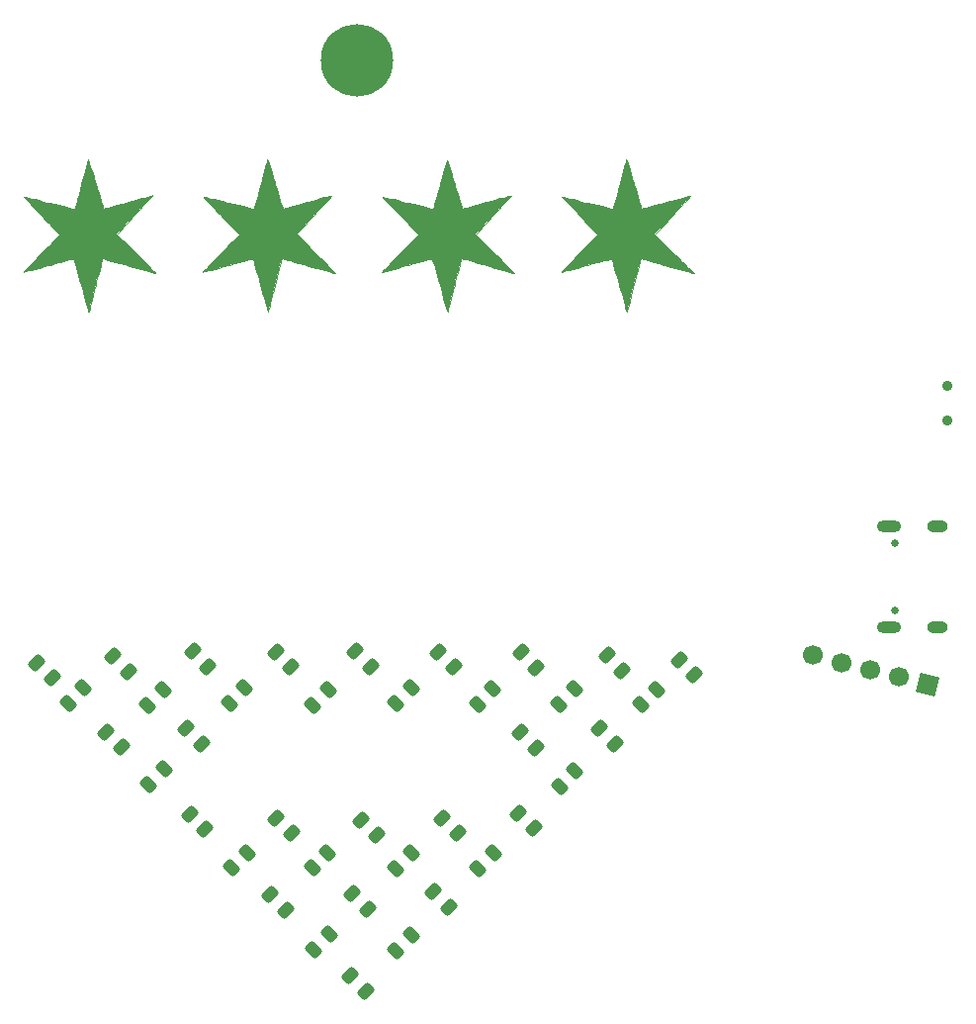
<source format=gbr>
G04 #@! TF.GenerationSoftware,KiCad,Pcbnew,(5.99.0-10436-ga433451bd8)*
G04 #@! TF.CreationDate,2021-05-13T10:32:14-05:00*
G04 #@! TF.ProjectId,BlueTeamCon,426c7565-5465-4616-9d43-6f6e2e6b6963,rev?*
G04 #@! TF.SameCoordinates,Original*
G04 #@! TF.FileFunction,Soldermask,Top*
G04 #@! TF.FilePolarity,Negative*
%FSLAX46Y46*%
G04 Gerber Fmt 4.6, Leading zero omitted, Abs format (unit mm)*
G04 Created by KiCad (PCBNEW (5.99.0-10436-ga433451bd8)) date 2021-05-13 10:32:14*
%MOMM*%
%LPD*%
G01*
G04 APERTURE LIST*
G04 Aperture macros list*
%AMRoundRect*
0 Rectangle with rounded corners*
0 $1 Rounding radius*
0 $2 $3 $4 $5 $6 $7 $8 $9 X,Y pos of 4 corners*
0 Add a 4 corners polygon primitive as box body*
4,1,4,$2,$3,$4,$5,$6,$7,$8,$9,$2,$3,0*
0 Add four circle primitives for the rounded corners*
1,1,$1+$1,$2,$3*
1,1,$1+$1,$4,$5*
1,1,$1+$1,$6,$7*
1,1,$1+$1,$8,$9*
0 Add four rect primitives between the rounded corners*
20,1,$1+$1,$2,$3,$4,$5,0*
20,1,$1+$1,$4,$5,$6,$7,0*
20,1,$1+$1,$6,$7,$8,$9,0*
20,1,$1+$1,$8,$9,$2,$3,0*%
%AMHorizOval*
0 Thick line with rounded ends*
0 $1 width*
0 $2 $3 position (X,Y) of the first rounded end (center of the circle)*
0 $4 $5 position (X,Y) of the second rounded end (center of the circle)*
0 Add line between two ends*
20,1,$1,$2,$3,$4,$5,0*
0 Add two circle primitives to create the rounded ends*
1,1,$1,$2,$3*
1,1,$1,$4,$5*%
%AMRotRect*
0 Rectangle, with rotation*
0 The origin of the aperture is its center*
0 $1 length*
0 $2 width*
0 $3 Rotation angle, in degrees counterclockwise*
0 Add horizontal line*
21,1,$1,$2,0,0,$3*%
G04 Aperture macros list end*
%ADD10C,0.010000*%
%ADD11RoundRect,0.243750X0.494975X0.150260X0.150260X0.494975X-0.494975X-0.150260X-0.150260X-0.494975X0*%
%ADD12RoundRect,0.243750X0.150260X-0.494975X0.494975X-0.150260X-0.150260X0.494975X-0.494975X0.150260X0*%
%ADD13C,6.200000*%
%ADD14RotRect,1.700000X1.700000X76.000000*%
%ADD15HorizOval,1.700000X0.000000X0.000000X0.000000X0.000000X0*%
%ADD16C,0.900000*%
%ADD17C,0.650000*%
%ADD18O,2.100000X1.000000*%
%ADD19O,1.800000X1.000000*%
G04 APERTURE END LIST*
D10*
X165309992Y-65900127D02*
X165348075Y-66017392D01*
X165348075Y-66017392D02*
X165405616Y-66200385D01*
X165405616Y-66200385D02*
X165480247Y-66441401D01*
X165480247Y-66441401D02*
X165569596Y-66732737D01*
X165569596Y-66732737D02*
X165671295Y-67066689D01*
X165671295Y-67066689D02*
X165782974Y-67435552D01*
X165782974Y-67435552D02*
X165902262Y-67831623D01*
X165902262Y-67831623D02*
X165939427Y-67955427D01*
X165939427Y-67955427D02*
X166060520Y-68358153D01*
X166060520Y-68358153D02*
X166174681Y-68735964D01*
X166174681Y-68735964D02*
X166279545Y-69081160D01*
X166279545Y-69081160D02*
X166372747Y-69386045D01*
X166372747Y-69386045D02*
X166451922Y-69642918D01*
X166451922Y-69642918D02*
X166514704Y-69844083D01*
X166514704Y-69844083D02*
X166558728Y-69981841D01*
X166558728Y-69981841D02*
X166581630Y-70048493D01*
X166581630Y-70048493D02*
X166584039Y-70053483D01*
X166584039Y-70053483D02*
X166627833Y-70046646D01*
X166627833Y-70046646D02*
X166745311Y-70018795D01*
X166745311Y-70018795D02*
X166928697Y-69972007D01*
X166928697Y-69972007D02*
X167170219Y-69908357D01*
X167170219Y-69908357D02*
X167462101Y-69829922D01*
X167462101Y-69829922D02*
X167796570Y-69738776D01*
X167796570Y-69738776D02*
X168165851Y-69636997D01*
X168165851Y-69636997D02*
X168562170Y-69526659D01*
X168562170Y-69526659D02*
X168666702Y-69497381D01*
X168666702Y-69497381D02*
X169069400Y-69384916D01*
X169069400Y-69384916D02*
X169447610Y-69280182D01*
X169447610Y-69280182D02*
X169793472Y-69185295D01*
X169793472Y-69185295D02*
X170099121Y-69102370D01*
X170099121Y-69102370D02*
X170356697Y-69033522D01*
X170356697Y-69033522D02*
X170558335Y-68980864D01*
X170558335Y-68980864D02*
X170696174Y-68946512D01*
X170696174Y-68946512D02*
X170762352Y-68932581D01*
X170762352Y-68932581D02*
X170766754Y-68932529D01*
X170766754Y-68932529D02*
X170746375Y-68965080D01*
X170746375Y-68965080D02*
X170673391Y-69053815D01*
X170673391Y-69053815D02*
X170552937Y-69192997D01*
X170552937Y-69192997D02*
X170390148Y-69376885D01*
X170390148Y-69376885D02*
X170190157Y-69599740D01*
X170190157Y-69599740D02*
X169958100Y-69855823D01*
X169958100Y-69855823D02*
X169699110Y-70139395D01*
X169699110Y-70139395D02*
X169418324Y-70444717D01*
X169418324Y-70444717D02*
X169279296Y-70595168D01*
X169279296Y-70595168D02*
X167752630Y-72244738D01*
X167752630Y-72244738D02*
X169435700Y-73928202D01*
X169435700Y-73928202D02*
X169746006Y-74239141D01*
X169746006Y-74239141D02*
X170036661Y-74531475D01*
X170036661Y-74531475D02*
X170302441Y-74799876D01*
X170302441Y-74799876D02*
X170538123Y-75039017D01*
X170538123Y-75039017D02*
X170738482Y-75243570D01*
X170738482Y-75243570D02*
X170898295Y-75408206D01*
X170898295Y-75408206D02*
X171012339Y-75527599D01*
X171012339Y-75527599D02*
X171075389Y-75596420D01*
X171075389Y-75596420D02*
X171086264Y-75611667D01*
X171086264Y-75611667D02*
X171040570Y-75600159D01*
X171040570Y-75600159D02*
X170921196Y-75567089D01*
X170921196Y-75567089D02*
X170735730Y-75514632D01*
X170735730Y-75514632D02*
X170491762Y-75444967D01*
X170491762Y-75444967D02*
X170196881Y-75360269D01*
X170196881Y-75360269D02*
X169858677Y-75262716D01*
X169858677Y-75262716D02*
X169484739Y-75154486D01*
X169484739Y-75154486D02*
X169082657Y-75037754D01*
X169082657Y-75037754D02*
X168881230Y-74979151D01*
X168881230Y-74979151D02*
X168465381Y-74858158D01*
X168465381Y-74858158D02*
X168071699Y-74743765D01*
X168071699Y-74743765D02*
X167708122Y-74638270D01*
X167708122Y-74638270D02*
X167382584Y-74543967D01*
X167382584Y-74543967D02*
X167103023Y-74463151D01*
X167103023Y-74463151D02*
X166877374Y-74398119D01*
X166877374Y-74398119D02*
X166713574Y-74351167D01*
X166713574Y-74351167D02*
X166619559Y-74324589D01*
X166619559Y-74324589D02*
X166602162Y-74319895D01*
X166602162Y-74319895D02*
X166495621Y-74293155D01*
X166495621Y-74293155D02*
X165933449Y-76550494D01*
X165933449Y-76550494D02*
X165797779Y-77093272D01*
X165797779Y-77093272D02*
X165680704Y-77557155D01*
X165680704Y-77557155D02*
X165581267Y-77945628D01*
X165581267Y-77945628D02*
X165498510Y-78262173D01*
X165498510Y-78262173D02*
X165431476Y-78510273D01*
X165431476Y-78510273D02*
X165379205Y-78693412D01*
X165379205Y-78693412D02*
X165340741Y-78815074D01*
X165340741Y-78815074D02*
X165315126Y-78878742D01*
X165315126Y-78878742D02*
X165301401Y-78887899D01*
X165301401Y-78887899D02*
X165298333Y-78860188D01*
X165298333Y-78860188D02*
X165287135Y-78808907D01*
X165287135Y-78808907D02*
X165255251Y-78685913D01*
X165255251Y-78685913D02*
X165205250Y-78500279D01*
X165205250Y-78500279D02*
X165139698Y-78261079D01*
X165139698Y-78261079D02*
X165061163Y-77977383D01*
X165061163Y-77977383D02*
X164972211Y-77658264D01*
X164972211Y-77658264D02*
X164875411Y-77312796D01*
X164875411Y-77312796D02*
X164773329Y-76950049D01*
X164773329Y-76950049D02*
X164668534Y-76579097D01*
X164668534Y-76579097D02*
X164563591Y-76209012D01*
X164563591Y-76209012D02*
X164461069Y-75848866D01*
X164461069Y-75848866D02*
X164363534Y-75507732D01*
X164363534Y-75507732D02*
X164273555Y-75194682D01*
X164273555Y-75194682D02*
X164193697Y-74918788D01*
X164193697Y-74918788D02*
X164126529Y-74689123D01*
X164126529Y-74689123D02*
X164074618Y-74514759D01*
X164074618Y-74514759D02*
X164040532Y-74404769D01*
X164040532Y-74404769D02*
X164027238Y-74368339D01*
X164027238Y-74368339D02*
X163980739Y-74371884D01*
X163980739Y-74371884D02*
X163860067Y-74396098D01*
X163860067Y-74396098D02*
X163672666Y-74439129D01*
X163672666Y-74439129D02*
X163425979Y-74499122D01*
X163425979Y-74499122D02*
X163127448Y-74574224D01*
X163127448Y-74574224D02*
X162784518Y-74662582D01*
X162784518Y-74662582D02*
X162404631Y-74762341D01*
X162404631Y-74762341D02*
X161995231Y-74871650D01*
X161995231Y-74871650D02*
X161864491Y-74906913D01*
X161864491Y-74906913D02*
X161455514Y-75017111D01*
X161455514Y-75017111D02*
X161071766Y-75119792D01*
X161071766Y-75119792D02*
X160720897Y-75212957D01*
X160720897Y-75212957D02*
X160410556Y-75294611D01*
X160410556Y-75294611D02*
X160148394Y-75362757D01*
X160148394Y-75362757D02*
X159942062Y-75415396D01*
X159942062Y-75415396D02*
X159799209Y-75450533D01*
X159799209Y-75450533D02*
X159727486Y-75466170D01*
X159727486Y-75466170D02*
X159720472Y-75466584D01*
X159720472Y-75466584D02*
X159746324Y-75434408D01*
X159746324Y-75434408D02*
X159826410Y-75347779D01*
X159826410Y-75347779D02*
X159955292Y-75212307D01*
X159955292Y-75212307D02*
X160127531Y-75033600D01*
X160127531Y-75033600D02*
X160337689Y-74817269D01*
X160337689Y-74817269D02*
X160580328Y-74568921D01*
X160580328Y-74568921D02*
X160850007Y-74294168D01*
X160850007Y-74294168D02*
X161141289Y-73998619D01*
X161141289Y-73998619D02*
X161271615Y-73866751D01*
X161271615Y-73866751D02*
X162838488Y-72282648D01*
X162838488Y-72282648D02*
X161297216Y-70676907D01*
X161297216Y-70676907D02*
X161003565Y-70370155D01*
X161003565Y-70370155D02*
X160729426Y-70082199D01*
X160729426Y-70082199D02*
X160480088Y-69818705D01*
X160480088Y-69818705D02*
X160260842Y-69585341D01*
X160260842Y-69585341D02*
X160076976Y-69387772D01*
X160076976Y-69387772D02*
X159933781Y-69231664D01*
X159933781Y-69231664D02*
X159836544Y-69122685D01*
X159836544Y-69122685D02*
X159790556Y-69066500D01*
X159790556Y-69066500D02*
X159787860Y-69059981D01*
X159787860Y-69059981D02*
X159833923Y-69067694D01*
X159833923Y-69067694D02*
X159954399Y-69093997D01*
X159954399Y-69093997D02*
X160141539Y-69137046D01*
X160141539Y-69137046D02*
X160387595Y-69194997D01*
X160387595Y-69194997D02*
X160684815Y-69266006D01*
X160684815Y-69266006D02*
X161025451Y-69348227D01*
X161025451Y-69348227D02*
X161401754Y-69439817D01*
X161401754Y-69439817D02*
X161805973Y-69538930D01*
X161805973Y-69538930D02*
X161972135Y-69579873D01*
X161972135Y-69579873D02*
X162384420Y-69681337D01*
X162384420Y-69681337D02*
X162771150Y-69775999D01*
X162771150Y-69775999D02*
X163124679Y-69862026D01*
X163124679Y-69862026D02*
X163437361Y-69937579D01*
X163437361Y-69937579D02*
X163701552Y-70000825D01*
X163701552Y-70000825D02*
X163909606Y-70049925D01*
X163909606Y-70049925D02*
X164053877Y-70083045D01*
X164053877Y-70083045D02*
X164126720Y-70098349D01*
X164126720Y-70098349D02*
X164134156Y-70099058D01*
X164134156Y-70099058D02*
X164146534Y-70057062D01*
X164146534Y-70057062D02*
X164178492Y-69940867D01*
X164178492Y-69940867D02*
X164227977Y-69758132D01*
X164227977Y-69758132D02*
X164292938Y-69516514D01*
X164292938Y-69516514D02*
X164371321Y-69223671D01*
X164371321Y-69223671D02*
X164461075Y-68887262D01*
X164461075Y-68887262D02*
X164560147Y-68514943D01*
X164560147Y-68514943D02*
X164666485Y-68114374D01*
X164666485Y-68114374D02*
X164707328Y-67960281D01*
X164707328Y-67960281D02*
X164815923Y-67552442D01*
X164815923Y-67552442D02*
X164918497Y-67171138D01*
X164918497Y-67171138D02*
X165012959Y-66823870D01*
X165012959Y-66823870D02*
X165097220Y-66518135D01*
X165097220Y-66518135D02*
X165169190Y-66261434D01*
X165169190Y-66261434D02*
X165226779Y-66061264D01*
X165226779Y-66061264D02*
X165267896Y-65925124D01*
X165267896Y-65925124D02*
X165290452Y-65860514D01*
X165290452Y-65860514D02*
X165293737Y-65856292D01*
X165293737Y-65856292D02*
X165309992Y-65900127D01*
X165309992Y-65900127D02*
X165309992Y-65900127D01*
G36*
X165309992Y-65900127D02*
G01*
X165348075Y-66017392D01*
X165405616Y-66200385D01*
X165480247Y-66441401D01*
X165569596Y-66732737D01*
X165671295Y-67066689D01*
X165782974Y-67435552D01*
X165902262Y-67831623D01*
X165939427Y-67955427D01*
X166060520Y-68358153D01*
X166174681Y-68735964D01*
X166279545Y-69081160D01*
X166372747Y-69386045D01*
X166451922Y-69642918D01*
X166514704Y-69844083D01*
X166558728Y-69981841D01*
X166581630Y-70048493D01*
X166584039Y-70053483D01*
X166627833Y-70046646D01*
X166745311Y-70018795D01*
X166928697Y-69972007D01*
X167170219Y-69908357D01*
X167462101Y-69829922D01*
X167796570Y-69738776D01*
X168165851Y-69636997D01*
X168562170Y-69526659D01*
X168666702Y-69497381D01*
X169069400Y-69384916D01*
X169447610Y-69280182D01*
X169793472Y-69185295D01*
X170099121Y-69102370D01*
X170356697Y-69033522D01*
X170558335Y-68980864D01*
X170696174Y-68946512D01*
X170762352Y-68932581D01*
X170766754Y-68932529D01*
X170746375Y-68965080D01*
X170673391Y-69053815D01*
X170552937Y-69192997D01*
X170390148Y-69376885D01*
X170190157Y-69599740D01*
X169958100Y-69855823D01*
X169699110Y-70139395D01*
X169418324Y-70444717D01*
X169279296Y-70595168D01*
X167752630Y-72244738D01*
X169435700Y-73928202D01*
X169746006Y-74239141D01*
X170036661Y-74531475D01*
X170302441Y-74799876D01*
X170538123Y-75039017D01*
X170738482Y-75243570D01*
X170898295Y-75408206D01*
X171012339Y-75527599D01*
X171075389Y-75596420D01*
X171086264Y-75611667D01*
X171040570Y-75600159D01*
X170921196Y-75567089D01*
X170735730Y-75514632D01*
X170491762Y-75444967D01*
X170196881Y-75360269D01*
X169858677Y-75262716D01*
X169484739Y-75154486D01*
X169082657Y-75037754D01*
X168881230Y-74979151D01*
X168465381Y-74858158D01*
X168071699Y-74743765D01*
X167708122Y-74638270D01*
X167382584Y-74543967D01*
X167103023Y-74463151D01*
X166877374Y-74398119D01*
X166713574Y-74351167D01*
X166619559Y-74324589D01*
X166602162Y-74319895D01*
X166495621Y-74293155D01*
X165933449Y-76550494D01*
X165797779Y-77093272D01*
X165680704Y-77557155D01*
X165581267Y-77945628D01*
X165498510Y-78262173D01*
X165431476Y-78510273D01*
X165379205Y-78693412D01*
X165340741Y-78815074D01*
X165315126Y-78878742D01*
X165301401Y-78887899D01*
X165298333Y-78860188D01*
X165287135Y-78808907D01*
X165255251Y-78685913D01*
X165205250Y-78500279D01*
X165139698Y-78261079D01*
X165061163Y-77977383D01*
X164972211Y-77658264D01*
X164875411Y-77312796D01*
X164773329Y-76950049D01*
X164668534Y-76579097D01*
X164563591Y-76209012D01*
X164461069Y-75848866D01*
X164363534Y-75507732D01*
X164273555Y-75194682D01*
X164193697Y-74918788D01*
X164126529Y-74689123D01*
X164074618Y-74514759D01*
X164040532Y-74404769D01*
X164027238Y-74368339D01*
X163980739Y-74371884D01*
X163860067Y-74396098D01*
X163672666Y-74439129D01*
X163425979Y-74499122D01*
X163127448Y-74574224D01*
X162784518Y-74662582D01*
X162404631Y-74762341D01*
X161995231Y-74871650D01*
X161864491Y-74906913D01*
X161455514Y-75017111D01*
X161071766Y-75119792D01*
X160720897Y-75212957D01*
X160410556Y-75294611D01*
X160148394Y-75362757D01*
X159942062Y-75415396D01*
X159799209Y-75450533D01*
X159727486Y-75466170D01*
X159720472Y-75466584D01*
X159746324Y-75434408D01*
X159826410Y-75347779D01*
X159955292Y-75212307D01*
X160127531Y-75033600D01*
X160337689Y-74817269D01*
X160580328Y-74568921D01*
X160850007Y-74294168D01*
X161141289Y-73998619D01*
X161271615Y-73866751D01*
X162838488Y-72282648D01*
X161297216Y-70676907D01*
X161003565Y-70370155D01*
X160729426Y-70082199D01*
X160480088Y-69818705D01*
X160260842Y-69585341D01*
X160076976Y-69387772D01*
X159933781Y-69231664D01*
X159836544Y-69122685D01*
X159790556Y-69066500D01*
X159787860Y-69059981D01*
X159833923Y-69067694D01*
X159954399Y-69093997D01*
X160141539Y-69137046D01*
X160387595Y-69194997D01*
X160684815Y-69266006D01*
X161025451Y-69348227D01*
X161401754Y-69439817D01*
X161805973Y-69538930D01*
X161972135Y-69579873D01*
X162384420Y-69681337D01*
X162771150Y-69775999D01*
X163124679Y-69862026D01*
X163437361Y-69937579D01*
X163701552Y-70000825D01*
X163909606Y-70049925D01*
X164053877Y-70083045D01*
X164126720Y-70098349D01*
X164134156Y-70099058D01*
X164146534Y-70057062D01*
X164178492Y-69940867D01*
X164227977Y-69758132D01*
X164292938Y-69516514D01*
X164371321Y-69223671D01*
X164461075Y-68887262D01*
X164560147Y-68514943D01*
X164666485Y-68114374D01*
X164707328Y-67960281D01*
X164815923Y-67552442D01*
X164918497Y-67171138D01*
X165012959Y-66823870D01*
X165097220Y-66518135D01*
X165169190Y-66261434D01*
X165226779Y-66061264D01*
X165267896Y-65925124D01*
X165290452Y-65860514D01*
X165293737Y-65856292D01*
X165309992Y-65900127D01*
G37*
X165309992Y-65900127D02*
X165348075Y-66017392D01*
X165405616Y-66200385D01*
X165480247Y-66441401D01*
X165569596Y-66732737D01*
X165671295Y-67066689D01*
X165782974Y-67435552D01*
X165902262Y-67831623D01*
X165939427Y-67955427D01*
X166060520Y-68358153D01*
X166174681Y-68735964D01*
X166279545Y-69081160D01*
X166372747Y-69386045D01*
X166451922Y-69642918D01*
X166514704Y-69844083D01*
X166558728Y-69981841D01*
X166581630Y-70048493D01*
X166584039Y-70053483D01*
X166627833Y-70046646D01*
X166745311Y-70018795D01*
X166928697Y-69972007D01*
X167170219Y-69908357D01*
X167462101Y-69829922D01*
X167796570Y-69738776D01*
X168165851Y-69636997D01*
X168562170Y-69526659D01*
X168666702Y-69497381D01*
X169069400Y-69384916D01*
X169447610Y-69280182D01*
X169793472Y-69185295D01*
X170099121Y-69102370D01*
X170356697Y-69033522D01*
X170558335Y-68980864D01*
X170696174Y-68946512D01*
X170762352Y-68932581D01*
X170766754Y-68932529D01*
X170746375Y-68965080D01*
X170673391Y-69053815D01*
X170552937Y-69192997D01*
X170390148Y-69376885D01*
X170190157Y-69599740D01*
X169958100Y-69855823D01*
X169699110Y-70139395D01*
X169418324Y-70444717D01*
X169279296Y-70595168D01*
X167752630Y-72244738D01*
X169435700Y-73928202D01*
X169746006Y-74239141D01*
X170036661Y-74531475D01*
X170302441Y-74799876D01*
X170538123Y-75039017D01*
X170738482Y-75243570D01*
X170898295Y-75408206D01*
X171012339Y-75527599D01*
X171075389Y-75596420D01*
X171086264Y-75611667D01*
X171040570Y-75600159D01*
X170921196Y-75567089D01*
X170735730Y-75514632D01*
X170491762Y-75444967D01*
X170196881Y-75360269D01*
X169858677Y-75262716D01*
X169484739Y-75154486D01*
X169082657Y-75037754D01*
X168881230Y-74979151D01*
X168465381Y-74858158D01*
X168071699Y-74743765D01*
X167708122Y-74638270D01*
X167382584Y-74543967D01*
X167103023Y-74463151D01*
X166877374Y-74398119D01*
X166713574Y-74351167D01*
X166619559Y-74324589D01*
X166602162Y-74319895D01*
X166495621Y-74293155D01*
X165933449Y-76550494D01*
X165797779Y-77093272D01*
X165680704Y-77557155D01*
X165581267Y-77945628D01*
X165498510Y-78262173D01*
X165431476Y-78510273D01*
X165379205Y-78693412D01*
X165340741Y-78815074D01*
X165315126Y-78878742D01*
X165301401Y-78887899D01*
X165298333Y-78860188D01*
X165287135Y-78808907D01*
X165255251Y-78685913D01*
X165205250Y-78500279D01*
X165139698Y-78261079D01*
X165061163Y-77977383D01*
X164972211Y-77658264D01*
X164875411Y-77312796D01*
X164773329Y-76950049D01*
X164668534Y-76579097D01*
X164563591Y-76209012D01*
X164461069Y-75848866D01*
X164363534Y-75507732D01*
X164273555Y-75194682D01*
X164193697Y-74918788D01*
X164126529Y-74689123D01*
X164074618Y-74514759D01*
X164040532Y-74404769D01*
X164027238Y-74368339D01*
X163980739Y-74371884D01*
X163860067Y-74396098D01*
X163672666Y-74439129D01*
X163425979Y-74499122D01*
X163127448Y-74574224D01*
X162784518Y-74662582D01*
X162404631Y-74762341D01*
X161995231Y-74871650D01*
X161864491Y-74906913D01*
X161455514Y-75017111D01*
X161071766Y-75119792D01*
X160720897Y-75212957D01*
X160410556Y-75294611D01*
X160148394Y-75362757D01*
X159942062Y-75415396D01*
X159799209Y-75450533D01*
X159727486Y-75466170D01*
X159720472Y-75466584D01*
X159746324Y-75434408D01*
X159826410Y-75347779D01*
X159955292Y-75212307D01*
X160127531Y-75033600D01*
X160337689Y-74817269D01*
X160580328Y-74568921D01*
X160850007Y-74294168D01*
X161141289Y-73998619D01*
X161271615Y-73866751D01*
X162838488Y-72282648D01*
X161297216Y-70676907D01*
X161003565Y-70370155D01*
X160729426Y-70082199D01*
X160480088Y-69818705D01*
X160260842Y-69585341D01*
X160076976Y-69387772D01*
X159933781Y-69231664D01*
X159836544Y-69122685D01*
X159790556Y-69066500D01*
X159787860Y-69059981D01*
X159833923Y-69067694D01*
X159954399Y-69093997D01*
X160141539Y-69137046D01*
X160387595Y-69194997D01*
X160684815Y-69266006D01*
X161025451Y-69348227D01*
X161401754Y-69439817D01*
X161805973Y-69538930D01*
X161972135Y-69579873D01*
X162384420Y-69681337D01*
X162771150Y-69775999D01*
X163124679Y-69862026D01*
X163437361Y-69937579D01*
X163701552Y-70000825D01*
X163909606Y-70049925D01*
X164053877Y-70083045D01*
X164126720Y-70098349D01*
X164134156Y-70099058D01*
X164146534Y-70057062D01*
X164178492Y-69940867D01*
X164227977Y-69758132D01*
X164292938Y-69516514D01*
X164371321Y-69223671D01*
X164461075Y-68887262D01*
X164560147Y-68514943D01*
X164666485Y-68114374D01*
X164707328Y-67960281D01*
X164815923Y-67552442D01*
X164918497Y-67171138D01*
X165012959Y-66823870D01*
X165097220Y-66518135D01*
X165169190Y-66261434D01*
X165226779Y-66061264D01*
X165267896Y-65925124D01*
X165290452Y-65860514D01*
X165293737Y-65856292D01*
X165309992Y-65900127D01*
X134577684Y-65898875D02*
X134616199Y-66006033D01*
X134616199Y-66006033D02*
X134674041Y-66179615D01*
X134674041Y-66179615D02*
X134748871Y-66412237D01*
X134748871Y-66412237D02*
X134838352Y-66696515D01*
X134838352Y-66696515D02*
X134940147Y-67025065D01*
X134940147Y-67025065D02*
X135051918Y-67390502D01*
X135051918Y-67390502D02*
X135171328Y-67785441D01*
X135171328Y-67785441D02*
X135220832Y-67950444D01*
X135220832Y-67950444D02*
X135342968Y-68356330D01*
X135342968Y-68356330D02*
X135458626Y-68736646D01*
X135458626Y-68736646D02*
X135565432Y-69083864D01*
X135565432Y-69083864D02*
X135661012Y-69390453D01*
X135661012Y-69390453D02*
X135742991Y-69648887D01*
X135742991Y-69648887D02*
X135808996Y-69851637D01*
X135808996Y-69851637D02*
X135856653Y-69991174D01*
X135856653Y-69991174D02*
X135883588Y-70059969D01*
X135883588Y-70059969D02*
X135887948Y-70066000D01*
X135887948Y-70066000D02*
X135934166Y-70054911D01*
X135934166Y-70054911D02*
X136054042Y-70023088D01*
X136054042Y-70023088D02*
X136239723Y-69972692D01*
X136239723Y-69972692D02*
X136483356Y-69905885D01*
X136483356Y-69905885D02*
X136777088Y-69824831D01*
X136777088Y-69824831D02*
X137113065Y-69731691D01*
X137113065Y-69731691D02*
X137483434Y-69628629D01*
X137483434Y-69628629D02*
X137880342Y-69517806D01*
X137880342Y-69517806D02*
X137976888Y-69490794D01*
X137976888Y-69490794D02*
X138378346Y-69378988D01*
X138378346Y-69378988D02*
X138754761Y-69275231D01*
X138754761Y-69275231D02*
X139098345Y-69181594D01*
X139098345Y-69181594D02*
X139401307Y-69100149D01*
X139401307Y-69100149D02*
X139655856Y-69032970D01*
X139655856Y-69032970D02*
X139854203Y-68982127D01*
X139854203Y-68982127D02*
X139988555Y-68949693D01*
X139988555Y-68949693D02*
X140051124Y-68937741D01*
X140051124Y-68937741D02*
X140054607Y-68938163D01*
X140054607Y-68938163D02*
X140030577Y-68971729D01*
X140030577Y-68971729D02*
X139955330Y-69060344D01*
X139955330Y-69060344D02*
X139835254Y-69197011D01*
X139835254Y-69197011D02*
X139676741Y-69374733D01*
X139676741Y-69374733D02*
X139486179Y-69586511D01*
X139486179Y-69586511D02*
X139269958Y-69825347D01*
X139269958Y-69825347D02*
X139034468Y-70084245D01*
X139034468Y-70084245D02*
X138786099Y-70356206D01*
X138786099Y-70356206D02*
X138531239Y-70634232D01*
X138531239Y-70634232D02*
X138276279Y-70911326D01*
X138276279Y-70911326D02*
X138027609Y-71180490D01*
X138027609Y-71180490D02*
X137791617Y-71434726D01*
X137791617Y-71434726D02*
X137574694Y-71667036D01*
X137574694Y-71667036D02*
X137383229Y-71870424D01*
X137383229Y-71870424D02*
X137236367Y-72024617D01*
X137236367Y-72024617D02*
X137042636Y-72226401D01*
X137042636Y-72226401D02*
X138712037Y-73896203D01*
X138712037Y-73896203D02*
X139021530Y-74206563D01*
X139021530Y-74206563D02*
X139311613Y-74498993D01*
X139311613Y-74498993D02*
X139576992Y-74768053D01*
X139576992Y-74768053D02*
X139812376Y-75008304D01*
X139812376Y-75008304D02*
X140012472Y-75214306D01*
X140012472Y-75214306D02*
X140171988Y-75380618D01*
X140171988Y-75380618D02*
X140285632Y-75501802D01*
X140285632Y-75501802D02*
X140348111Y-75572416D01*
X140348111Y-75572416D02*
X140358682Y-75588762D01*
X140358682Y-75588762D02*
X140314970Y-75581491D01*
X140314970Y-75581491D02*
X140197392Y-75552394D01*
X140197392Y-75552394D02*
X140013314Y-75503521D01*
X140013314Y-75503521D02*
X139770101Y-75436921D01*
X139770101Y-75436921D02*
X139475119Y-75354643D01*
X139475119Y-75354643D02*
X139135731Y-75258738D01*
X139135731Y-75258738D02*
X138759305Y-75151253D01*
X138759305Y-75151253D02*
X138353204Y-75034239D01*
X138353204Y-75034239D02*
X138062467Y-74949866D01*
X138062467Y-74949866D02*
X137640630Y-74827444D01*
X137640630Y-74827444D02*
X137243724Y-74712931D01*
X137243724Y-74712931D02*
X136879074Y-74608393D01*
X136879074Y-74608393D02*
X136554011Y-74515901D01*
X136554011Y-74515901D02*
X136275860Y-74437521D01*
X136275860Y-74437521D02*
X136051949Y-74375323D01*
X136051949Y-74375323D02*
X135889607Y-74331375D01*
X135889607Y-74331375D02*
X135796160Y-74307745D01*
X135796160Y-74307745D02*
X135775691Y-74304356D01*
X135775691Y-74304356D02*
X135763263Y-74347277D01*
X135763263Y-74347277D02*
X135732313Y-74464922D01*
X135732313Y-74464922D02*
X135684727Y-74649847D01*
X135684727Y-74649847D02*
X135622390Y-74894605D01*
X135622390Y-74894605D02*
X135547190Y-75191750D01*
X135547190Y-75191750D02*
X135461012Y-75533838D01*
X135461012Y-75533838D02*
X135365741Y-75913423D01*
X135365741Y-75913423D02*
X135263265Y-76323058D01*
X135263265Y-76323058D02*
X135192833Y-76605326D01*
X135192833Y-76605326D02*
X135086702Y-77028643D01*
X135086702Y-77028643D02*
X134986124Y-77425081D01*
X134986124Y-77425081D02*
X134893010Y-77787434D01*
X134893010Y-77787434D02*
X134809267Y-78108496D01*
X134809267Y-78108496D02*
X134736805Y-78381060D01*
X134736805Y-78381060D02*
X134677534Y-78597921D01*
X134677534Y-78597921D02*
X134633362Y-78751872D01*
X134633362Y-78751872D02*
X134606198Y-78835707D01*
X134606198Y-78835707D02*
X134598419Y-78848992D01*
X134598419Y-78848992D02*
X134582628Y-78801540D01*
X134582628Y-78801540D02*
X134546291Y-78680104D01*
X134546291Y-78680104D02*
X134491573Y-78492264D01*
X134491573Y-78492264D02*
X134420639Y-78245601D01*
X134420639Y-78245601D02*
X134335655Y-77947694D01*
X134335655Y-77947694D02*
X134238787Y-77606123D01*
X134238787Y-77606123D02*
X134132201Y-77228469D01*
X134132201Y-77228469D02*
X134018061Y-76822311D01*
X134018061Y-76822311D02*
X133951717Y-76585473D01*
X133951717Y-76585473D02*
X133834551Y-76167560D01*
X133834551Y-76167560D02*
X133723935Y-75774615D01*
X133723935Y-75774615D02*
X133622006Y-75414116D01*
X133622006Y-75414116D02*
X133530898Y-75093540D01*
X133530898Y-75093540D02*
X133452747Y-74820362D01*
X133452747Y-74820362D02*
X133389689Y-74602060D01*
X133389689Y-74602060D02*
X133343859Y-74446111D01*
X133343859Y-74446111D02*
X133317393Y-74359990D01*
X133317393Y-74359990D02*
X133311792Y-74345014D01*
X133311792Y-74345014D02*
X133268663Y-74352258D01*
X133268663Y-74352258D02*
X133151515Y-74379794D01*
X133151515Y-74379794D02*
X132968010Y-74425631D01*
X132968010Y-74425631D02*
X132725813Y-74487781D01*
X132725813Y-74487781D02*
X132432585Y-74564252D01*
X132432585Y-74564252D02*
X132095991Y-74653057D01*
X132095991Y-74653057D02*
X131723693Y-74752204D01*
X131723693Y-74752204D02*
X131323353Y-74859705D01*
X131323353Y-74859705D02*
X131166763Y-74901981D01*
X131166763Y-74901981D02*
X130757804Y-75012102D01*
X130757804Y-75012102D02*
X130373961Y-75114589D01*
X130373961Y-75114589D02*
X130022902Y-75207456D01*
X130022902Y-75207456D02*
X129712294Y-75288714D01*
X129712294Y-75288714D02*
X129449805Y-75356378D01*
X129449805Y-75356378D02*
X129243105Y-75408460D01*
X129243105Y-75408460D02*
X129099861Y-75442974D01*
X129099861Y-75442974D02*
X129027741Y-75457931D01*
X129027741Y-75457931D02*
X129020592Y-75458088D01*
X129020592Y-75458088D02*
X129044694Y-75424679D01*
X129044694Y-75424679D02*
X129121898Y-75338365D01*
X129121898Y-75338365D02*
X129245501Y-75206178D01*
X129245501Y-75206178D02*
X129408805Y-75035147D01*
X129408805Y-75035147D02*
X129605108Y-74832302D01*
X129605108Y-74832302D02*
X129827709Y-74604674D01*
X129827709Y-74604674D02*
X130015576Y-74414147D01*
X130015576Y-74414147D02*
X130287332Y-74139331D01*
X130287332Y-74139331D02*
X130567818Y-73855369D01*
X130567818Y-73855369D02*
X130844285Y-73575190D01*
X130844285Y-73575190D02*
X131103984Y-73311721D01*
X131103984Y-73311721D02*
X131334170Y-73077890D01*
X131334170Y-73077890D02*
X131522094Y-72886626D01*
X131522094Y-72886626D02*
X131576881Y-72830747D01*
X131576881Y-72830747D02*
X132123962Y-72272328D01*
X132123962Y-72272328D02*
X131050055Y-71158580D01*
X131050055Y-71158580D02*
X130779727Y-70878470D01*
X130779727Y-70878470D02*
X130506487Y-70595797D01*
X130506487Y-70595797D02*
X130241186Y-70321751D01*
X130241186Y-70321751D02*
X129994672Y-70067524D01*
X129994672Y-70067524D02*
X129777793Y-69844307D01*
X129777793Y-69844307D02*
X129601399Y-69663291D01*
X129601399Y-69663291D02*
X129510098Y-69570004D01*
X129510098Y-69570004D02*
X129352863Y-69406871D01*
X129352863Y-69406871D02*
X129221385Y-69264809D01*
X129221385Y-69264809D02*
X129125158Y-69154541D01*
X129125158Y-69154541D02*
X129073676Y-69086790D01*
X129073676Y-69086790D02*
X129068267Y-69070955D01*
X129068267Y-69070955D02*
X129112809Y-69076166D01*
X129112809Y-69076166D02*
X129231776Y-69100117D01*
X129231776Y-69100117D02*
X129417454Y-69141013D01*
X129417454Y-69141013D02*
X129662129Y-69197055D01*
X129662129Y-69197055D02*
X129958088Y-69266445D01*
X129958088Y-69266445D02*
X130297618Y-69347387D01*
X130297618Y-69347387D02*
X130673005Y-69438083D01*
X130673005Y-69438083D02*
X131076536Y-69536735D01*
X131076536Y-69536735D02*
X131242667Y-69577667D01*
X131242667Y-69577667D02*
X131654971Y-69679090D01*
X131654971Y-69679090D02*
X132041942Y-69773538D01*
X132041942Y-69773538D02*
X132395902Y-69859188D01*
X132395902Y-69859188D02*
X132709169Y-69934218D01*
X132709169Y-69934218D02*
X132974063Y-69996803D01*
X132974063Y-69996803D02*
X133182905Y-70045122D01*
X133182905Y-70045122D02*
X133328014Y-70077351D01*
X133328014Y-70077351D02*
X133401710Y-70091668D01*
X133401710Y-70091668D02*
X133409470Y-70091974D01*
X133409470Y-70091974D02*
X133423226Y-70049027D01*
X133423226Y-70049027D02*
X133456481Y-69931966D01*
X133456481Y-69931966D02*
X133507135Y-69748542D01*
X133507135Y-69748542D02*
X133573087Y-69506508D01*
X133573087Y-69506508D02*
X133652238Y-69213614D01*
X133652238Y-69213614D02*
X133742487Y-68877613D01*
X133742487Y-68877613D02*
X133841734Y-68506255D01*
X133841734Y-68506255D02*
X133947879Y-68107293D01*
X133947879Y-68107293D02*
X133980123Y-67985759D01*
X133980123Y-67985759D02*
X134088177Y-67579555D01*
X134088177Y-67579555D02*
X134190296Y-67198224D01*
X134190296Y-67198224D02*
X134284340Y-66849588D01*
X134284340Y-66849588D02*
X134368165Y-66541470D01*
X134368165Y-66541470D02*
X134439628Y-66281693D01*
X134439628Y-66281693D02*
X134496588Y-66078079D01*
X134496588Y-66078079D02*
X134536901Y-65938451D01*
X134536901Y-65938451D02*
X134558425Y-65870631D01*
X134558425Y-65870631D02*
X134560833Y-65865527D01*
X134560833Y-65865527D02*
X134577684Y-65898875D01*
X134577684Y-65898875D02*
X134577684Y-65898875D01*
G36*
X134577684Y-65898875D02*
G01*
X134616199Y-66006033D01*
X134674041Y-66179615D01*
X134748871Y-66412237D01*
X134838352Y-66696515D01*
X134940147Y-67025065D01*
X135051918Y-67390502D01*
X135171328Y-67785441D01*
X135220832Y-67950444D01*
X135342968Y-68356330D01*
X135458626Y-68736646D01*
X135565432Y-69083864D01*
X135661012Y-69390453D01*
X135742991Y-69648887D01*
X135808996Y-69851637D01*
X135856653Y-69991174D01*
X135883588Y-70059969D01*
X135887948Y-70066000D01*
X135934166Y-70054911D01*
X136054042Y-70023088D01*
X136239723Y-69972692D01*
X136483356Y-69905885D01*
X136777088Y-69824831D01*
X137113065Y-69731691D01*
X137483434Y-69628629D01*
X137880342Y-69517806D01*
X137976888Y-69490794D01*
X138378346Y-69378988D01*
X138754761Y-69275231D01*
X139098345Y-69181594D01*
X139401307Y-69100149D01*
X139655856Y-69032970D01*
X139854203Y-68982127D01*
X139988555Y-68949693D01*
X140051124Y-68937741D01*
X140054607Y-68938163D01*
X140030577Y-68971729D01*
X139955330Y-69060344D01*
X139835254Y-69197011D01*
X139676741Y-69374733D01*
X139486179Y-69586511D01*
X139269958Y-69825347D01*
X139034468Y-70084245D01*
X138786099Y-70356206D01*
X138531239Y-70634232D01*
X138276279Y-70911326D01*
X138027609Y-71180490D01*
X137791617Y-71434726D01*
X137574694Y-71667036D01*
X137383229Y-71870424D01*
X137236367Y-72024617D01*
X137042636Y-72226401D01*
X138712037Y-73896203D01*
X139021530Y-74206563D01*
X139311613Y-74498993D01*
X139576992Y-74768053D01*
X139812376Y-75008304D01*
X140012472Y-75214306D01*
X140171988Y-75380618D01*
X140285632Y-75501802D01*
X140348111Y-75572416D01*
X140358682Y-75588762D01*
X140314970Y-75581491D01*
X140197392Y-75552394D01*
X140013314Y-75503521D01*
X139770101Y-75436921D01*
X139475119Y-75354643D01*
X139135731Y-75258738D01*
X138759305Y-75151253D01*
X138353204Y-75034239D01*
X138062467Y-74949866D01*
X137640630Y-74827444D01*
X137243724Y-74712931D01*
X136879074Y-74608393D01*
X136554011Y-74515901D01*
X136275860Y-74437521D01*
X136051949Y-74375323D01*
X135889607Y-74331375D01*
X135796160Y-74307745D01*
X135775691Y-74304356D01*
X135763263Y-74347277D01*
X135732313Y-74464922D01*
X135684727Y-74649847D01*
X135622390Y-74894605D01*
X135547190Y-75191750D01*
X135461012Y-75533838D01*
X135365741Y-75913423D01*
X135263265Y-76323058D01*
X135192833Y-76605326D01*
X135086702Y-77028643D01*
X134986124Y-77425081D01*
X134893010Y-77787434D01*
X134809267Y-78108496D01*
X134736805Y-78381060D01*
X134677534Y-78597921D01*
X134633362Y-78751872D01*
X134606198Y-78835707D01*
X134598419Y-78848992D01*
X134582628Y-78801540D01*
X134546291Y-78680104D01*
X134491573Y-78492264D01*
X134420639Y-78245601D01*
X134335655Y-77947694D01*
X134238787Y-77606123D01*
X134132201Y-77228469D01*
X134018061Y-76822311D01*
X133951717Y-76585473D01*
X133834551Y-76167560D01*
X133723935Y-75774615D01*
X133622006Y-75414116D01*
X133530898Y-75093540D01*
X133452747Y-74820362D01*
X133389689Y-74602060D01*
X133343859Y-74446111D01*
X133317393Y-74359990D01*
X133311792Y-74345014D01*
X133268663Y-74352258D01*
X133151515Y-74379794D01*
X132968010Y-74425631D01*
X132725813Y-74487781D01*
X132432585Y-74564252D01*
X132095991Y-74653057D01*
X131723693Y-74752204D01*
X131323353Y-74859705D01*
X131166763Y-74901981D01*
X130757804Y-75012102D01*
X130373961Y-75114589D01*
X130022902Y-75207456D01*
X129712294Y-75288714D01*
X129449805Y-75356378D01*
X129243105Y-75408460D01*
X129099861Y-75442974D01*
X129027741Y-75457931D01*
X129020592Y-75458088D01*
X129044694Y-75424679D01*
X129121898Y-75338365D01*
X129245501Y-75206178D01*
X129408805Y-75035147D01*
X129605108Y-74832302D01*
X129827709Y-74604674D01*
X130015576Y-74414147D01*
X130287332Y-74139331D01*
X130567818Y-73855369D01*
X130844285Y-73575190D01*
X131103984Y-73311721D01*
X131334170Y-73077890D01*
X131522094Y-72886626D01*
X131576881Y-72830747D01*
X132123962Y-72272328D01*
X131050055Y-71158580D01*
X130779727Y-70878470D01*
X130506487Y-70595797D01*
X130241186Y-70321751D01*
X129994672Y-70067524D01*
X129777793Y-69844307D01*
X129601399Y-69663291D01*
X129510098Y-69570004D01*
X129352863Y-69406871D01*
X129221385Y-69264809D01*
X129125158Y-69154541D01*
X129073676Y-69086790D01*
X129068267Y-69070955D01*
X129112809Y-69076166D01*
X129231776Y-69100117D01*
X129417454Y-69141013D01*
X129662129Y-69197055D01*
X129958088Y-69266445D01*
X130297618Y-69347387D01*
X130673005Y-69438083D01*
X131076536Y-69536735D01*
X131242667Y-69577667D01*
X131654971Y-69679090D01*
X132041942Y-69773538D01*
X132395902Y-69859188D01*
X132709169Y-69934218D01*
X132974063Y-69996803D01*
X133182905Y-70045122D01*
X133328014Y-70077351D01*
X133401710Y-70091668D01*
X133409470Y-70091974D01*
X133423226Y-70049027D01*
X133456481Y-69931966D01*
X133507135Y-69748542D01*
X133573087Y-69506508D01*
X133652238Y-69213614D01*
X133742487Y-68877613D01*
X133841734Y-68506255D01*
X133947879Y-68107293D01*
X133980123Y-67985759D01*
X134088177Y-67579555D01*
X134190296Y-67198224D01*
X134284340Y-66849588D01*
X134368165Y-66541470D01*
X134439628Y-66281693D01*
X134496588Y-66078079D01*
X134536901Y-65938451D01*
X134558425Y-65870631D01*
X134560833Y-65865527D01*
X134577684Y-65898875D01*
G37*
X134577684Y-65898875D02*
X134616199Y-66006033D01*
X134674041Y-66179615D01*
X134748871Y-66412237D01*
X134838352Y-66696515D01*
X134940147Y-67025065D01*
X135051918Y-67390502D01*
X135171328Y-67785441D01*
X135220832Y-67950444D01*
X135342968Y-68356330D01*
X135458626Y-68736646D01*
X135565432Y-69083864D01*
X135661012Y-69390453D01*
X135742991Y-69648887D01*
X135808996Y-69851637D01*
X135856653Y-69991174D01*
X135883588Y-70059969D01*
X135887948Y-70066000D01*
X135934166Y-70054911D01*
X136054042Y-70023088D01*
X136239723Y-69972692D01*
X136483356Y-69905885D01*
X136777088Y-69824831D01*
X137113065Y-69731691D01*
X137483434Y-69628629D01*
X137880342Y-69517806D01*
X137976888Y-69490794D01*
X138378346Y-69378988D01*
X138754761Y-69275231D01*
X139098345Y-69181594D01*
X139401307Y-69100149D01*
X139655856Y-69032970D01*
X139854203Y-68982127D01*
X139988555Y-68949693D01*
X140051124Y-68937741D01*
X140054607Y-68938163D01*
X140030577Y-68971729D01*
X139955330Y-69060344D01*
X139835254Y-69197011D01*
X139676741Y-69374733D01*
X139486179Y-69586511D01*
X139269958Y-69825347D01*
X139034468Y-70084245D01*
X138786099Y-70356206D01*
X138531239Y-70634232D01*
X138276279Y-70911326D01*
X138027609Y-71180490D01*
X137791617Y-71434726D01*
X137574694Y-71667036D01*
X137383229Y-71870424D01*
X137236367Y-72024617D01*
X137042636Y-72226401D01*
X138712037Y-73896203D01*
X139021530Y-74206563D01*
X139311613Y-74498993D01*
X139576992Y-74768053D01*
X139812376Y-75008304D01*
X140012472Y-75214306D01*
X140171988Y-75380618D01*
X140285632Y-75501802D01*
X140348111Y-75572416D01*
X140358682Y-75588762D01*
X140314970Y-75581491D01*
X140197392Y-75552394D01*
X140013314Y-75503521D01*
X139770101Y-75436921D01*
X139475119Y-75354643D01*
X139135731Y-75258738D01*
X138759305Y-75151253D01*
X138353204Y-75034239D01*
X138062467Y-74949866D01*
X137640630Y-74827444D01*
X137243724Y-74712931D01*
X136879074Y-74608393D01*
X136554011Y-74515901D01*
X136275860Y-74437521D01*
X136051949Y-74375323D01*
X135889607Y-74331375D01*
X135796160Y-74307745D01*
X135775691Y-74304356D01*
X135763263Y-74347277D01*
X135732313Y-74464922D01*
X135684727Y-74649847D01*
X135622390Y-74894605D01*
X135547190Y-75191750D01*
X135461012Y-75533838D01*
X135365741Y-75913423D01*
X135263265Y-76323058D01*
X135192833Y-76605326D01*
X135086702Y-77028643D01*
X134986124Y-77425081D01*
X134893010Y-77787434D01*
X134809267Y-78108496D01*
X134736805Y-78381060D01*
X134677534Y-78597921D01*
X134633362Y-78751872D01*
X134606198Y-78835707D01*
X134598419Y-78848992D01*
X134582628Y-78801540D01*
X134546291Y-78680104D01*
X134491573Y-78492264D01*
X134420639Y-78245601D01*
X134335655Y-77947694D01*
X134238787Y-77606123D01*
X134132201Y-77228469D01*
X134018061Y-76822311D01*
X133951717Y-76585473D01*
X133834551Y-76167560D01*
X133723935Y-75774615D01*
X133622006Y-75414116D01*
X133530898Y-75093540D01*
X133452747Y-74820362D01*
X133389689Y-74602060D01*
X133343859Y-74446111D01*
X133317393Y-74359990D01*
X133311792Y-74345014D01*
X133268663Y-74352258D01*
X133151515Y-74379794D01*
X132968010Y-74425631D01*
X132725813Y-74487781D01*
X132432585Y-74564252D01*
X132095991Y-74653057D01*
X131723693Y-74752204D01*
X131323353Y-74859705D01*
X131166763Y-74901981D01*
X130757804Y-75012102D01*
X130373961Y-75114589D01*
X130022902Y-75207456D01*
X129712294Y-75288714D01*
X129449805Y-75356378D01*
X129243105Y-75408460D01*
X129099861Y-75442974D01*
X129027741Y-75457931D01*
X129020592Y-75458088D01*
X129044694Y-75424679D01*
X129121898Y-75338365D01*
X129245501Y-75206178D01*
X129408805Y-75035147D01*
X129605108Y-74832302D01*
X129827709Y-74604674D01*
X130015576Y-74414147D01*
X130287332Y-74139331D01*
X130567818Y-73855369D01*
X130844285Y-73575190D01*
X131103984Y-73311721D01*
X131334170Y-73077890D01*
X131522094Y-72886626D01*
X131576881Y-72830747D01*
X132123962Y-72272328D01*
X131050055Y-71158580D01*
X130779727Y-70878470D01*
X130506487Y-70595797D01*
X130241186Y-70321751D01*
X129994672Y-70067524D01*
X129777793Y-69844307D01*
X129601399Y-69663291D01*
X129510098Y-69570004D01*
X129352863Y-69406871D01*
X129221385Y-69264809D01*
X129125158Y-69154541D01*
X129073676Y-69086790D01*
X129068267Y-69070955D01*
X129112809Y-69076166D01*
X129231776Y-69100117D01*
X129417454Y-69141013D01*
X129662129Y-69197055D01*
X129958088Y-69266445D01*
X130297618Y-69347387D01*
X130673005Y-69438083D01*
X131076536Y-69536735D01*
X131242667Y-69577667D01*
X131654971Y-69679090D01*
X132041942Y-69773538D01*
X132395902Y-69859188D01*
X132709169Y-69934218D01*
X132974063Y-69996803D01*
X133182905Y-70045122D01*
X133328014Y-70077351D01*
X133401710Y-70091668D01*
X133409470Y-70091974D01*
X133423226Y-70049027D01*
X133456481Y-69931966D01*
X133507135Y-69748542D01*
X133573087Y-69506508D01*
X133652238Y-69213614D01*
X133742487Y-68877613D01*
X133841734Y-68506255D01*
X133947879Y-68107293D01*
X133980123Y-67985759D01*
X134088177Y-67579555D01*
X134190296Y-67198224D01*
X134284340Y-66849588D01*
X134368165Y-66541470D01*
X134439628Y-66281693D01*
X134496588Y-66078079D01*
X134536901Y-65938451D01*
X134558425Y-65870631D01*
X134560833Y-65865527D01*
X134577684Y-65898875D01*
X149960917Y-65912962D02*
X149962845Y-65917333D01*
X149962845Y-65917333D02*
X149982773Y-65977941D01*
X149982773Y-65977941D02*
X150024409Y-66111441D01*
X150024409Y-66111441D02*
X150085251Y-66309593D01*
X150085251Y-66309593D02*
X150162797Y-66564156D01*
X150162797Y-66564156D02*
X150254545Y-66866892D01*
X150254545Y-66866892D02*
X150357993Y-67209561D01*
X150357993Y-67209561D02*
X150470639Y-67583922D01*
X150470639Y-67583922D02*
X150589981Y-67981736D01*
X150589981Y-67981736D02*
X150608803Y-68044583D01*
X150608803Y-68044583D02*
X150728168Y-68441080D01*
X150728168Y-68441080D02*
X150841038Y-68811832D01*
X150841038Y-68811832D02*
X150944980Y-69149138D01*
X150944980Y-69149138D02*
X151037560Y-69445296D01*
X151037560Y-69445296D02*
X151116346Y-69692603D01*
X151116346Y-69692603D02*
X151178904Y-69883358D01*
X151178904Y-69883358D02*
X151222801Y-70009859D01*
X151222801Y-70009859D02*
X151245603Y-70064403D01*
X151245603Y-70064403D02*
X151247411Y-70066000D01*
X151247411Y-70066000D02*
X151293554Y-70054889D01*
X151293554Y-70054889D02*
X151413319Y-70023007D01*
X151413319Y-70023007D02*
X151598830Y-69972526D01*
X151598830Y-69972526D02*
X151842209Y-69905622D01*
X151842209Y-69905622D02*
X152135581Y-69824468D01*
X152135581Y-69824468D02*
X152471069Y-69731238D01*
X152471069Y-69731238D02*
X152840797Y-69628106D01*
X152840797Y-69628106D02*
X153236888Y-69517246D01*
X153236888Y-69517246D02*
X153322330Y-69493285D01*
X153322330Y-69493285D02*
X153723153Y-69381328D01*
X153723153Y-69381328D02*
X154099518Y-69277140D01*
X154099518Y-69277140D02*
X154443516Y-69182845D01*
X154443516Y-69182845D02*
X154747239Y-69100567D01*
X154747239Y-69100567D02*
X155002777Y-69032428D01*
X155002777Y-69032428D02*
X155202223Y-68980553D01*
X155202223Y-68980553D02*
X155337667Y-68947065D01*
X155337667Y-68947065D02*
X155401200Y-68934087D01*
X155401200Y-68934087D02*
X155404647Y-68934160D01*
X155404647Y-68934160D02*
X155384550Y-68966793D01*
X155384550Y-68966793D02*
X155311805Y-69055577D01*
X155311805Y-69055577D02*
X155191543Y-69194773D01*
X155191543Y-69194773D02*
X155028894Y-69378645D01*
X155028894Y-69378645D02*
X154828990Y-69601455D01*
X154828990Y-69601455D02*
X154596960Y-69857468D01*
X154596960Y-69857468D02*
X154337937Y-70140944D01*
X154337937Y-70140944D02*
X154057051Y-70446148D01*
X154057051Y-70446148D02*
X153917561Y-70596958D01*
X153917561Y-70596958D02*
X152389706Y-72246167D01*
X152389706Y-72246167D02*
X154070936Y-73934008D01*
X154070936Y-73934008D02*
X154379178Y-74244563D01*
X154379178Y-74244563D02*
X154666234Y-74535918D01*
X154666234Y-74535918D02*
X154927093Y-74802839D01*
X154927093Y-74802839D02*
X155156744Y-75040095D01*
X155156744Y-75040095D02*
X155350178Y-75242452D01*
X155350178Y-75242452D02*
X155502381Y-75404679D01*
X155502381Y-75404679D02*
X155608344Y-75521542D01*
X155608344Y-75521542D02*
X155663056Y-75587809D01*
X155663056Y-75587809D02*
X155667500Y-75601172D01*
X155667500Y-75601172D02*
X155611794Y-75585697D01*
X155611794Y-75585697D02*
X155482561Y-75548755D01*
X155482561Y-75548755D02*
X155287551Y-75492593D01*
X155287551Y-75492593D02*
X155034514Y-75419455D01*
X155034514Y-75419455D02*
X154731203Y-75331585D01*
X154731203Y-75331585D02*
X154385368Y-75231227D01*
X154385368Y-75231227D02*
X154004761Y-75120626D01*
X154004761Y-75120626D02*
X153597131Y-75002027D01*
X153597131Y-75002027D02*
X153368367Y-74935408D01*
X153368367Y-74935408D02*
X152952234Y-74814517D01*
X152952234Y-74814517D02*
X152561157Y-74701545D01*
X152561157Y-74701545D02*
X152202556Y-74598593D01*
X152202556Y-74598593D02*
X151883850Y-74507759D01*
X151883850Y-74507759D02*
X151612460Y-74431142D01*
X151612460Y-74431142D02*
X151395804Y-74370843D01*
X151395804Y-74370843D02*
X151241301Y-74328961D01*
X151241301Y-74328961D02*
X151156372Y-74307595D01*
X151156372Y-74307595D02*
X151141929Y-74305411D01*
X151141929Y-74305411D02*
X151129724Y-74348142D01*
X151129724Y-74348142D02*
X151098980Y-74465527D01*
X151098980Y-74465527D02*
X151051600Y-74650055D01*
X151051600Y-74650055D02*
X150989484Y-74894219D01*
X150989484Y-74894219D02*
X150914534Y-75190509D01*
X150914534Y-75190509D02*
X150828651Y-75531415D01*
X150828651Y-75531415D02*
X150733738Y-75909429D01*
X150733738Y-75909429D02*
X150631695Y-76317042D01*
X150631695Y-76317042D02*
X150569966Y-76564167D01*
X150569966Y-76564167D02*
X150464233Y-76986191D01*
X150464233Y-76986191D02*
X150363930Y-77383454D01*
X150363930Y-77383454D02*
X150271025Y-77748372D01*
X150271025Y-77748372D02*
X150187484Y-78073360D01*
X150187484Y-78073360D02*
X150115277Y-78350834D01*
X150115277Y-78350834D02*
X150056371Y-78573209D01*
X150056371Y-78573209D02*
X150012734Y-78732901D01*
X150012734Y-78732901D02*
X149986333Y-78822327D01*
X149986333Y-78822327D02*
X149979740Y-78838963D01*
X149979740Y-78838963D02*
X149963085Y-78805280D01*
X149963085Y-78805280D02*
X149926056Y-78697179D01*
X149926056Y-78697179D02*
X149870793Y-78521862D01*
X149870793Y-78521862D02*
X149799434Y-78286529D01*
X149799434Y-78286529D02*
X149714120Y-77998382D01*
X149714120Y-77998382D02*
X149616989Y-77664622D01*
X149616989Y-77664622D02*
X149510181Y-77292450D01*
X149510181Y-77292450D02*
X149395835Y-76889068D01*
X149395835Y-76889068D02*
X149316338Y-76605880D01*
X149316338Y-76605880D02*
X149197751Y-76184482D01*
X149197751Y-76184482D02*
X149084888Y-75788563D01*
X149084888Y-75788563D02*
X148979938Y-75425459D01*
X148979938Y-75425459D02*
X148885092Y-75102505D01*
X148885092Y-75102505D02*
X148802538Y-74827037D01*
X148802538Y-74827037D02*
X148734468Y-74606390D01*
X148734468Y-74606390D02*
X148683069Y-74447899D01*
X148683069Y-74447899D02*
X148650532Y-74358901D01*
X148650532Y-74358901D02*
X148640501Y-74341791D01*
X148640501Y-74341791D02*
X148592503Y-74352557D01*
X148592503Y-74352557D02*
X148470604Y-74383424D01*
X148470604Y-74383424D02*
X148282615Y-74432324D01*
X148282615Y-74432324D02*
X148036345Y-74497189D01*
X148036345Y-74497189D02*
X147739608Y-74575950D01*
X147739608Y-74575950D02*
X147400212Y-74666538D01*
X147400212Y-74666538D02*
X147025970Y-74766886D01*
X147025970Y-74766886D02*
X146624692Y-74874924D01*
X146624692Y-74874924D02*
X146484240Y-74912837D01*
X146484240Y-74912837D02*
X146076877Y-75022626D01*
X146076877Y-75022626D02*
X145694943Y-75125083D01*
X145694943Y-75125083D02*
X145346092Y-75218186D01*
X145346092Y-75218186D02*
X145037979Y-75299918D01*
X145037979Y-75299918D02*
X144778259Y-75368256D01*
X144778259Y-75368256D02*
X144574585Y-75421183D01*
X144574585Y-75421183D02*
X144434612Y-75456677D01*
X144434612Y-75456677D02*
X144365995Y-75472718D01*
X144365995Y-75472718D02*
X144360247Y-75473358D01*
X144360247Y-75473358D02*
X144386995Y-75442079D01*
X144386995Y-75442079D02*
X144467686Y-75356046D01*
X144467686Y-75356046D02*
X144596894Y-75220869D01*
X144596894Y-75220869D02*
X144769190Y-75042154D01*
X144769190Y-75042154D02*
X144979147Y-74825510D01*
X144979147Y-74825510D02*
X145221336Y-74576543D01*
X145221336Y-74576543D02*
X145490329Y-74300864D01*
X145490329Y-74300864D02*
X145780700Y-74004078D01*
X145780700Y-74004078D02*
X145913399Y-73868697D01*
X145913399Y-73868697D02*
X147476951Y-72274436D01*
X147476951Y-72274436D02*
X146284823Y-71032635D01*
X146284823Y-71032635D02*
X146010044Y-70746582D01*
X146010044Y-70746582D02*
X145740011Y-70465798D01*
X145740011Y-70465798D02*
X145483448Y-70199331D01*
X145483448Y-70199331D02*
X145249079Y-69956229D01*
X145249079Y-69956229D02*
X145045628Y-69745540D01*
X145045628Y-69745540D02*
X144881818Y-69576311D01*
X144881818Y-69576311D02*
X144766374Y-69457590D01*
X144766374Y-69457590D02*
X144751992Y-69442883D01*
X144751992Y-69442883D02*
X144619738Y-69304034D01*
X144619738Y-69304034D02*
X144515555Y-69187354D01*
X144515555Y-69187354D02*
X144450344Y-69105574D01*
X144450344Y-69105574D02*
X144434328Y-69071894D01*
X144434328Y-69071894D02*
X144478645Y-69077313D01*
X144478645Y-69077313D02*
X144597403Y-69101426D01*
X144597403Y-69101426D02*
X144782895Y-69142435D01*
X144782895Y-69142435D02*
X145027412Y-69198541D01*
X145027412Y-69198541D02*
X145323246Y-69267947D01*
X145323246Y-69267947D02*
X145662690Y-69348855D01*
X145662690Y-69348855D02*
X146038035Y-69439467D01*
X146038035Y-69439467D02*
X146441573Y-69537985D01*
X146441573Y-69537985D02*
X146608333Y-69579000D01*
X146608333Y-69579000D02*
X147020550Y-69680344D01*
X147020550Y-69680344D02*
X147407249Y-69774922D01*
X147407249Y-69774922D02*
X147760777Y-69860896D01*
X147760777Y-69860896D02*
X148073478Y-69936428D01*
X148073478Y-69936428D02*
X148337695Y-69999679D01*
X148337695Y-69999679D02*
X148545775Y-70048812D01*
X148545775Y-70048812D02*
X148690062Y-70081989D01*
X148690062Y-70081989D02*
X148762900Y-70097371D01*
X148762900Y-70097371D02*
X148770319Y-70098125D01*
X148770319Y-70098125D02*
X148783022Y-70056319D01*
X148783022Y-70056319D02*
X148815424Y-69940321D01*
X148815424Y-69940321D02*
X148865459Y-69757759D01*
X148865459Y-69757759D02*
X148931064Y-69516261D01*
X148931064Y-69516261D02*
X149010175Y-69223459D01*
X149010175Y-69223459D02*
X149100727Y-68886980D01*
X149100727Y-68886980D02*
X149200655Y-68514454D01*
X149200655Y-68514454D02*
X149307897Y-68113510D01*
X149307897Y-68113510D02*
X149351733Y-67949302D01*
X149351733Y-67949302D02*
X149480392Y-67468502D01*
X149480392Y-67468502D02*
X149589540Y-67064117D01*
X149589540Y-67064117D02*
X149680848Y-66730589D01*
X149680848Y-66730589D02*
X149755989Y-66462359D01*
X149755989Y-66462359D02*
X149816632Y-66253869D01*
X149816632Y-66253869D02*
X149864451Y-66099559D01*
X149864451Y-66099559D02*
X149901118Y-65993873D01*
X149901118Y-65993873D02*
X149928303Y-65931250D01*
X149928303Y-65931250D02*
X149947679Y-65906133D01*
X149947679Y-65906133D02*
X149960917Y-65912962D01*
X149960917Y-65912962D02*
X149960917Y-65912962D01*
G36*
X149960917Y-65912962D02*
G01*
X149962845Y-65917333D01*
X149982773Y-65977941D01*
X150024409Y-66111441D01*
X150085251Y-66309593D01*
X150162797Y-66564156D01*
X150254545Y-66866892D01*
X150357993Y-67209561D01*
X150470639Y-67583922D01*
X150589981Y-67981736D01*
X150608803Y-68044583D01*
X150728168Y-68441080D01*
X150841038Y-68811832D01*
X150944980Y-69149138D01*
X151037560Y-69445296D01*
X151116346Y-69692603D01*
X151178904Y-69883358D01*
X151222801Y-70009859D01*
X151245603Y-70064403D01*
X151247411Y-70066000D01*
X151293554Y-70054889D01*
X151413319Y-70023007D01*
X151598830Y-69972526D01*
X151842209Y-69905622D01*
X152135581Y-69824468D01*
X152471069Y-69731238D01*
X152840797Y-69628106D01*
X153236888Y-69517246D01*
X153322330Y-69493285D01*
X153723153Y-69381328D01*
X154099518Y-69277140D01*
X154443516Y-69182845D01*
X154747239Y-69100567D01*
X155002777Y-69032428D01*
X155202223Y-68980553D01*
X155337667Y-68947065D01*
X155401200Y-68934087D01*
X155404647Y-68934160D01*
X155384550Y-68966793D01*
X155311805Y-69055577D01*
X155191543Y-69194773D01*
X155028894Y-69378645D01*
X154828990Y-69601455D01*
X154596960Y-69857468D01*
X154337937Y-70140944D01*
X154057051Y-70446148D01*
X153917561Y-70596958D01*
X152389706Y-72246167D01*
X154070936Y-73934008D01*
X154379178Y-74244563D01*
X154666234Y-74535918D01*
X154927093Y-74802839D01*
X155156744Y-75040095D01*
X155350178Y-75242452D01*
X155502381Y-75404679D01*
X155608344Y-75521542D01*
X155663056Y-75587809D01*
X155667500Y-75601172D01*
X155611794Y-75585697D01*
X155482561Y-75548755D01*
X155287551Y-75492593D01*
X155034514Y-75419455D01*
X154731203Y-75331585D01*
X154385368Y-75231227D01*
X154004761Y-75120626D01*
X153597131Y-75002027D01*
X153368367Y-74935408D01*
X152952234Y-74814517D01*
X152561157Y-74701545D01*
X152202556Y-74598593D01*
X151883850Y-74507759D01*
X151612460Y-74431142D01*
X151395804Y-74370843D01*
X151241301Y-74328961D01*
X151156372Y-74307595D01*
X151141929Y-74305411D01*
X151129724Y-74348142D01*
X151098980Y-74465527D01*
X151051600Y-74650055D01*
X150989484Y-74894219D01*
X150914534Y-75190509D01*
X150828651Y-75531415D01*
X150733738Y-75909429D01*
X150631695Y-76317042D01*
X150569966Y-76564167D01*
X150464233Y-76986191D01*
X150363930Y-77383454D01*
X150271025Y-77748372D01*
X150187484Y-78073360D01*
X150115277Y-78350834D01*
X150056371Y-78573209D01*
X150012734Y-78732901D01*
X149986333Y-78822327D01*
X149979740Y-78838963D01*
X149963085Y-78805280D01*
X149926056Y-78697179D01*
X149870793Y-78521862D01*
X149799434Y-78286529D01*
X149714120Y-77998382D01*
X149616989Y-77664622D01*
X149510181Y-77292450D01*
X149395835Y-76889068D01*
X149316338Y-76605880D01*
X149197751Y-76184482D01*
X149084888Y-75788563D01*
X148979938Y-75425459D01*
X148885092Y-75102505D01*
X148802538Y-74827037D01*
X148734468Y-74606390D01*
X148683069Y-74447899D01*
X148650532Y-74358901D01*
X148640501Y-74341791D01*
X148592503Y-74352557D01*
X148470604Y-74383424D01*
X148282615Y-74432324D01*
X148036345Y-74497189D01*
X147739608Y-74575950D01*
X147400212Y-74666538D01*
X147025970Y-74766886D01*
X146624692Y-74874924D01*
X146484240Y-74912837D01*
X146076877Y-75022626D01*
X145694943Y-75125083D01*
X145346092Y-75218186D01*
X145037979Y-75299918D01*
X144778259Y-75368256D01*
X144574585Y-75421183D01*
X144434612Y-75456677D01*
X144365995Y-75472718D01*
X144360247Y-75473358D01*
X144386995Y-75442079D01*
X144467686Y-75356046D01*
X144596894Y-75220869D01*
X144769190Y-75042154D01*
X144979147Y-74825510D01*
X145221336Y-74576543D01*
X145490329Y-74300864D01*
X145780700Y-74004078D01*
X145913399Y-73868697D01*
X147476951Y-72274436D01*
X146284823Y-71032635D01*
X146010044Y-70746582D01*
X145740011Y-70465798D01*
X145483448Y-70199331D01*
X145249079Y-69956229D01*
X145045628Y-69745540D01*
X144881818Y-69576311D01*
X144766374Y-69457590D01*
X144751992Y-69442883D01*
X144619738Y-69304034D01*
X144515555Y-69187354D01*
X144450344Y-69105574D01*
X144434328Y-69071894D01*
X144478645Y-69077313D01*
X144597403Y-69101426D01*
X144782895Y-69142435D01*
X145027412Y-69198541D01*
X145323246Y-69267947D01*
X145662690Y-69348855D01*
X146038035Y-69439467D01*
X146441573Y-69537985D01*
X146608333Y-69579000D01*
X147020550Y-69680344D01*
X147407249Y-69774922D01*
X147760777Y-69860896D01*
X148073478Y-69936428D01*
X148337695Y-69999679D01*
X148545775Y-70048812D01*
X148690062Y-70081989D01*
X148762900Y-70097371D01*
X148770319Y-70098125D01*
X148783022Y-70056319D01*
X148815424Y-69940321D01*
X148865459Y-69757759D01*
X148931064Y-69516261D01*
X149010175Y-69223459D01*
X149100727Y-68886980D01*
X149200655Y-68514454D01*
X149307897Y-68113510D01*
X149351733Y-67949302D01*
X149480392Y-67468502D01*
X149589540Y-67064117D01*
X149680848Y-66730589D01*
X149755989Y-66462359D01*
X149816632Y-66253869D01*
X149864451Y-66099559D01*
X149901118Y-65993873D01*
X149928303Y-65931250D01*
X149947679Y-65906133D01*
X149960917Y-65912962D01*
G37*
X149960917Y-65912962D02*
X149962845Y-65917333D01*
X149982773Y-65977941D01*
X150024409Y-66111441D01*
X150085251Y-66309593D01*
X150162797Y-66564156D01*
X150254545Y-66866892D01*
X150357993Y-67209561D01*
X150470639Y-67583922D01*
X150589981Y-67981736D01*
X150608803Y-68044583D01*
X150728168Y-68441080D01*
X150841038Y-68811832D01*
X150944980Y-69149138D01*
X151037560Y-69445296D01*
X151116346Y-69692603D01*
X151178904Y-69883358D01*
X151222801Y-70009859D01*
X151245603Y-70064403D01*
X151247411Y-70066000D01*
X151293554Y-70054889D01*
X151413319Y-70023007D01*
X151598830Y-69972526D01*
X151842209Y-69905622D01*
X152135581Y-69824468D01*
X152471069Y-69731238D01*
X152840797Y-69628106D01*
X153236888Y-69517246D01*
X153322330Y-69493285D01*
X153723153Y-69381328D01*
X154099518Y-69277140D01*
X154443516Y-69182845D01*
X154747239Y-69100567D01*
X155002777Y-69032428D01*
X155202223Y-68980553D01*
X155337667Y-68947065D01*
X155401200Y-68934087D01*
X155404647Y-68934160D01*
X155384550Y-68966793D01*
X155311805Y-69055577D01*
X155191543Y-69194773D01*
X155028894Y-69378645D01*
X154828990Y-69601455D01*
X154596960Y-69857468D01*
X154337937Y-70140944D01*
X154057051Y-70446148D01*
X153917561Y-70596958D01*
X152389706Y-72246167D01*
X154070936Y-73934008D01*
X154379178Y-74244563D01*
X154666234Y-74535918D01*
X154927093Y-74802839D01*
X155156744Y-75040095D01*
X155350178Y-75242452D01*
X155502381Y-75404679D01*
X155608344Y-75521542D01*
X155663056Y-75587809D01*
X155667500Y-75601172D01*
X155611794Y-75585697D01*
X155482561Y-75548755D01*
X155287551Y-75492593D01*
X155034514Y-75419455D01*
X154731203Y-75331585D01*
X154385368Y-75231227D01*
X154004761Y-75120626D01*
X153597131Y-75002027D01*
X153368367Y-74935408D01*
X152952234Y-74814517D01*
X152561157Y-74701545D01*
X152202556Y-74598593D01*
X151883850Y-74507759D01*
X151612460Y-74431142D01*
X151395804Y-74370843D01*
X151241301Y-74328961D01*
X151156372Y-74307595D01*
X151141929Y-74305411D01*
X151129724Y-74348142D01*
X151098980Y-74465527D01*
X151051600Y-74650055D01*
X150989484Y-74894219D01*
X150914534Y-75190509D01*
X150828651Y-75531415D01*
X150733738Y-75909429D01*
X150631695Y-76317042D01*
X150569966Y-76564167D01*
X150464233Y-76986191D01*
X150363930Y-77383454D01*
X150271025Y-77748372D01*
X150187484Y-78073360D01*
X150115277Y-78350834D01*
X150056371Y-78573209D01*
X150012734Y-78732901D01*
X149986333Y-78822327D01*
X149979740Y-78838963D01*
X149963085Y-78805280D01*
X149926056Y-78697179D01*
X149870793Y-78521862D01*
X149799434Y-78286529D01*
X149714120Y-77998382D01*
X149616989Y-77664622D01*
X149510181Y-77292450D01*
X149395835Y-76889068D01*
X149316338Y-76605880D01*
X149197751Y-76184482D01*
X149084888Y-75788563D01*
X148979938Y-75425459D01*
X148885092Y-75102505D01*
X148802538Y-74827037D01*
X148734468Y-74606390D01*
X148683069Y-74447899D01*
X148650532Y-74358901D01*
X148640501Y-74341791D01*
X148592503Y-74352557D01*
X148470604Y-74383424D01*
X148282615Y-74432324D01*
X148036345Y-74497189D01*
X147739608Y-74575950D01*
X147400212Y-74666538D01*
X147025970Y-74766886D01*
X146624692Y-74874924D01*
X146484240Y-74912837D01*
X146076877Y-75022626D01*
X145694943Y-75125083D01*
X145346092Y-75218186D01*
X145037979Y-75299918D01*
X144778259Y-75368256D01*
X144574585Y-75421183D01*
X144434612Y-75456677D01*
X144365995Y-75472718D01*
X144360247Y-75473358D01*
X144386995Y-75442079D01*
X144467686Y-75356046D01*
X144596894Y-75220869D01*
X144769190Y-75042154D01*
X144979147Y-74825510D01*
X145221336Y-74576543D01*
X145490329Y-74300864D01*
X145780700Y-74004078D01*
X145913399Y-73868697D01*
X147476951Y-72274436D01*
X146284823Y-71032635D01*
X146010044Y-70746582D01*
X145740011Y-70465798D01*
X145483448Y-70199331D01*
X145249079Y-69956229D01*
X145045628Y-69745540D01*
X144881818Y-69576311D01*
X144766374Y-69457590D01*
X144751992Y-69442883D01*
X144619738Y-69304034D01*
X144515555Y-69187354D01*
X144450344Y-69105574D01*
X144434328Y-69071894D01*
X144478645Y-69077313D01*
X144597403Y-69101426D01*
X144782895Y-69142435D01*
X145027412Y-69198541D01*
X145323246Y-69267947D01*
X145662690Y-69348855D01*
X146038035Y-69439467D01*
X146441573Y-69537985D01*
X146608333Y-69579000D01*
X147020550Y-69680344D01*
X147407249Y-69774922D01*
X147760777Y-69860896D01*
X148073478Y-69936428D01*
X148337695Y-69999679D01*
X148545775Y-70048812D01*
X148690062Y-70081989D01*
X148762900Y-70097371D01*
X148770319Y-70098125D01*
X148783022Y-70056319D01*
X148815424Y-69940321D01*
X148865459Y-69757759D01*
X148931064Y-69516261D01*
X149010175Y-69223459D01*
X149100727Y-68886980D01*
X149200655Y-68514454D01*
X149307897Y-68113510D01*
X149351733Y-67949302D01*
X149480392Y-67468502D01*
X149589540Y-67064117D01*
X149680848Y-66730589D01*
X149755989Y-66462359D01*
X149816632Y-66253869D01*
X149864451Y-66099559D01*
X149901118Y-65993873D01*
X149928303Y-65931250D01*
X149947679Y-65906133D01*
X149960917Y-65912962D01*
X119212683Y-65910867D02*
X119251881Y-66013261D01*
X119251881Y-66013261D02*
X119310401Y-66182802D01*
X119310401Y-66182802D02*
X119385972Y-66412448D01*
X119385972Y-66412448D02*
X119476323Y-66695155D01*
X119476323Y-66695155D02*
X119579182Y-67023882D01*
X119579182Y-67023882D02*
X119692279Y-67391585D01*
X119692279Y-67391585D02*
X119813341Y-67791221D01*
X119813341Y-67791221D02*
X119850388Y-67914665D01*
X119850388Y-67914665D02*
X119971937Y-68319125D01*
X119971937Y-68319125D02*
X120086942Y-68699096D01*
X120086942Y-68699096D02*
X120193003Y-69046835D01*
X120193003Y-69046835D02*
X120287719Y-69354599D01*
X120287719Y-69354599D02*
X120368691Y-69614644D01*
X120368691Y-69614644D02*
X120433517Y-69819227D01*
X120433517Y-69819227D02*
X120479797Y-69960603D01*
X120479797Y-69960603D02*
X120505130Y-70031029D01*
X120505130Y-70031029D02*
X120508412Y-70037306D01*
X120508412Y-70037306D02*
X120554373Y-70033004D01*
X120554373Y-70033004D02*
X120673935Y-70007528D01*
X120673935Y-70007528D02*
X120859274Y-69962908D01*
X120859274Y-69962908D02*
X121102565Y-69901171D01*
X121102565Y-69901171D02*
X121395984Y-69824344D01*
X121395984Y-69824344D02*
X121731706Y-69734456D01*
X121731706Y-69734456D02*
X122101906Y-69633534D01*
X122101906Y-69633534D02*
X122498760Y-69523606D01*
X122498760Y-69523606D02*
X122601935Y-69494755D01*
X122601935Y-69494755D02*
X123004490Y-69382420D01*
X123004490Y-69382420D02*
X123382432Y-69277819D01*
X123382432Y-69277819D02*
X123727916Y-69183063D01*
X123727916Y-69183063D02*
X124033099Y-69100262D01*
X124033099Y-69100262D02*
X124290133Y-69031526D01*
X124290133Y-69031526D02*
X124491176Y-68978967D01*
X124491176Y-68978967D02*
X124628381Y-68944695D01*
X124628381Y-68944695D02*
X124693903Y-68930821D01*
X124693903Y-68930821D02*
X124698151Y-68930782D01*
X124698151Y-68930782D02*
X124677030Y-68963373D01*
X124677030Y-68963373D02*
X124603281Y-69052101D01*
X124603281Y-69052101D02*
X124482065Y-69191222D01*
X124482065Y-69191222D02*
X124318542Y-69374993D01*
X124318542Y-69374993D02*
X124117872Y-69597671D01*
X124117872Y-69597671D02*
X123885216Y-69853513D01*
X123885216Y-69853513D02*
X123625733Y-70136776D01*
X123625733Y-70136776D02*
X123344585Y-70441718D01*
X123344585Y-70441718D02*
X123208260Y-70588921D01*
X123208260Y-70588921D02*
X121682909Y-72233676D01*
X121682909Y-72233676D02*
X123348674Y-73899841D01*
X123348674Y-73899841D02*
X123657826Y-74209847D01*
X123657826Y-74209847D02*
X123947575Y-74501905D01*
X123947575Y-74501905D02*
X124212619Y-74770571D01*
X124212619Y-74770571D02*
X124447661Y-75010401D01*
X124447661Y-75010401D02*
X124647400Y-75215948D01*
X124647400Y-75215948D02*
X124806538Y-75381770D01*
X124806538Y-75381770D02*
X124919774Y-75502421D01*
X124919774Y-75502421D02*
X124981810Y-75572456D01*
X124981810Y-75572456D02*
X124992101Y-75588343D01*
X124992101Y-75588343D02*
X124948462Y-75580994D01*
X124948462Y-75580994D02*
X124830990Y-75551800D01*
X124830990Y-75551800D02*
X124647075Y-75502821D01*
X124647075Y-75502821D02*
X124404104Y-75436119D01*
X124404104Y-75436119D02*
X124109468Y-75353753D01*
X124109468Y-75353753D02*
X123770555Y-75257783D01*
X123770555Y-75257783D02*
X123394755Y-75150270D01*
X123394755Y-75150270D02*
X122989456Y-75033273D01*
X122989456Y-75033273D02*
X122712361Y-74952727D01*
X122712361Y-74952727D02*
X122291563Y-74830829D01*
X122291563Y-74830829D02*
X121895188Y-74717457D01*
X121895188Y-74717457D02*
X121530656Y-74614634D01*
X121530656Y-74614634D02*
X121205386Y-74524383D01*
X121205386Y-74524383D02*
X120926798Y-74448728D01*
X120926798Y-74448728D02*
X120702311Y-74389693D01*
X120702311Y-74389693D02*
X120539344Y-74349301D01*
X120539344Y-74349301D02*
X120445316Y-74329576D01*
X120445316Y-74329576D02*
X120424674Y-74328804D01*
X120424674Y-74328804D02*
X120409037Y-74375176D01*
X120409037Y-74375176D02*
X120375066Y-74496167D01*
X120375066Y-74496167D02*
X120324722Y-74684196D01*
X120324722Y-74684196D02*
X120259965Y-74931685D01*
X120259965Y-74931685D02*
X120182753Y-75231052D01*
X120182753Y-75231052D02*
X120095048Y-75574718D01*
X120095048Y-75574718D02*
X119998810Y-75955104D01*
X119998810Y-75955104D02*
X119895997Y-76364628D01*
X119895997Y-76364628D02*
X119832989Y-76617083D01*
X119832989Y-76617083D02*
X119727624Y-77038941D01*
X119727624Y-77038941D02*
X119628083Y-77435105D01*
X119628083Y-77435105D02*
X119536275Y-77798148D01*
X119536275Y-77798148D02*
X119454107Y-78120641D01*
X119454107Y-78120641D02*
X119383484Y-78395156D01*
X119383484Y-78395156D02*
X119326314Y-78614263D01*
X119326314Y-78614263D02*
X119284504Y-78770536D01*
X119284504Y-78770536D02*
X119259962Y-78856544D01*
X119259962Y-78856544D02*
X119254299Y-78871333D01*
X119254299Y-78871333D02*
X119226966Y-78838499D01*
X119226966Y-78838499D02*
X119218727Y-78818417D01*
X119218727Y-78818417D02*
X119204169Y-78768650D01*
X119204169Y-78768650D02*
X119169028Y-78645008D01*
X119169028Y-78645008D02*
X119115460Y-78455174D01*
X119115460Y-78455174D02*
X119045622Y-78206830D01*
X119045622Y-78206830D02*
X118961672Y-77907655D01*
X118961672Y-77907655D02*
X118865764Y-77565334D01*
X118865764Y-77565334D02*
X118760056Y-77187545D01*
X118760056Y-77187545D02*
X118646704Y-76781973D01*
X118646704Y-76781973D02*
X118587566Y-76570205D01*
X118587566Y-76570205D02*
X118471252Y-76154655D01*
X118471252Y-76154655D02*
X118361313Y-75763965D01*
X118361313Y-75763965D02*
X118259913Y-75405684D01*
X118259913Y-75405684D02*
X118169218Y-75087360D01*
X118169218Y-75087360D02*
X118091390Y-74816544D01*
X118091390Y-74816544D02*
X118028596Y-74600786D01*
X118028596Y-74600786D02*
X117982998Y-74447635D01*
X117982998Y-74447635D02*
X117956763Y-74364640D01*
X117956763Y-74364640D02*
X117951519Y-74351742D01*
X117951519Y-74351742D02*
X117907403Y-74358020D01*
X117907403Y-74358020D02*
X117789306Y-74384666D01*
X117789306Y-74384666D02*
X117604914Y-74429708D01*
X117604914Y-74429708D02*
X117361910Y-74491171D01*
X117361910Y-74491171D02*
X117067980Y-74567081D01*
X117067980Y-74567081D02*
X116730810Y-74655467D01*
X116730810Y-74655467D02*
X116358083Y-74754353D01*
X116358083Y-74754353D02*
X115957484Y-74861766D01*
X115957484Y-74861766D02*
X115801406Y-74903906D01*
X115801406Y-74903906D02*
X115392481Y-75014083D01*
X115392481Y-75014083D02*
X115008697Y-75116643D01*
X115008697Y-75116643D02*
X114657718Y-75209595D01*
X114657718Y-75209595D02*
X114347209Y-75290951D01*
X114347209Y-75290951D02*
X114084833Y-75358722D01*
X114084833Y-75358722D02*
X113878255Y-75410917D01*
X113878255Y-75410917D02*
X113735138Y-75445547D01*
X113735138Y-75445547D02*
X113663146Y-75460623D01*
X113663146Y-75460623D02*
X113656044Y-75460821D01*
X113656044Y-75460821D02*
X113681417Y-75428176D01*
X113681417Y-75428176D02*
X113761137Y-75341239D01*
X113761137Y-75341239D02*
X113889739Y-75205646D01*
X113889739Y-75205646D02*
X114061760Y-75027031D01*
X114061760Y-75027031D02*
X114271736Y-74811029D01*
X114271736Y-74811029D02*
X114514203Y-74563275D01*
X114514203Y-74563275D02*
X114783696Y-74289403D01*
X114783696Y-74289403D02*
X115074752Y-73995048D01*
X115074752Y-73995048D02*
X115193207Y-73875633D01*
X115193207Y-73875633D02*
X115491531Y-73574205D01*
X115491531Y-73574205D02*
X115770545Y-73290429D01*
X115770545Y-73290429D02*
X116024758Y-73030023D01*
X116024758Y-73030023D02*
X116248674Y-72798703D01*
X116248674Y-72798703D02*
X116436800Y-72602186D01*
X116436800Y-72602186D02*
X116583643Y-72446189D01*
X116583643Y-72446189D02*
X116683710Y-72336427D01*
X116683710Y-72336427D02*
X116731506Y-72278618D01*
X116731506Y-72278618D02*
X116734810Y-72271433D01*
X116734810Y-72271433D02*
X116703553Y-72234564D01*
X116703553Y-72234564D02*
X116619006Y-72142651D01*
X116619006Y-72142651D02*
X116486713Y-72001532D01*
X116486713Y-72001532D02*
X116312220Y-71817047D01*
X116312220Y-71817047D02*
X116101070Y-71595035D01*
X116101070Y-71595035D02*
X115858810Y-71341336D01*
X115858810Y-71341336D02*
X115590983Y-71061789D01*
X115590983Y-71061789D02*
X115303135Y-70762234D01*
X115303135Y-70762234D02*
X115199962Y-70655070D01*
X115199962Y-70655070D02*
X114908264Y-70351232D01*
X114908264Y-70351232D02*
X114636414Y-70066124D01*
X114636414Y-70066124D02*
X114389722Y-69805448D01*
X114389722Y-69805448D02*
X114173495Y-69574908D01*
X114173495Y-69574908D02*
X113993042Y-69380208D01*
X113993042Y-69380208D02*
X113853671Y-69227050D01*
X113853671Y-69227050D02*
X113760692Y-69121139D01*
X113760692Y-69121139D02*
X113719412Y-69068178D01*
X113719412Y-69068178D02*
X113718296Y-69063148D01*
X113718296Y-69063148D02*
X113765795Y-69070565D01*
X113765795Y-69070565D02*
X113887609Y-69096703D01*
X113887609Y-69096703D02*
X114075926Y-69139705D01*
X114075926Y-69139705D02*
X114322933Y-69197715D01*
X114322933Y-69197715D02*
X114620819Y-69268874D01*
X114620819Y-69268874D02*
X114961770Y-69351324D01*
X114961770Y-69351324D02*
X115337974Y-69443210D01*
X115337974Y-69443210D02*
X115741620Y-69542673D01*
X115741620Y-69542673D02*
X115892419Y-69580044D01*
X115892419Y-69580044D02*
X116303486Y-69681337D01*
X116303486Y-69681337D02*
X116689555Y-69775050D01*
X116689555Y-69775050D02*
X117042879Y-69859403D01*
X117042879Y-69859403D02*
X117355705Y-69932612D01*
X117355705Y-69932612D02*
X117620286Y-69992894D01*
X117620286Y-69992894D02*
X117828870Y-70038467D01*
X117828870Y-70038467D02*
X117973709Y-70067548D01*
X117973709Y-70067548D02*
X118047052Y-70078356D01*
X118047052Y-70078356D02*
X118054505Y-70077381D01*
X118054505Y-70077381D02*
X118070325Y-70031207D01*
X118070325Y-70031207D02*
X118105433Y-69911034D01*
X118105433Y-69911034D02*
X118157670Y-69724771D01*
X118157670Y-69724771D02*
X118224881Y-69480326D01*
X118224881Y-69480326D02*
X118304908Y-69185607D01*
X118304908Y-69185607D02*
X118395595Y-68848522D01*
X118395595Y-68848522D02*
X118494785Y-68476978D01*
X118494785Y-68476978D02*
X118600322Y-68078884D01*
X118600322Y-68078884D02*
X118623348Y-67991667D01*
X118623348Y-67991667D02*
X118730138Y-67588020D01*
X118730138Y-67588020D02*
X118831128Y-67208469D01*
X118831128Y-67208469D02*
X118924141Y-66861039D01*
X118924141Y-66861039D02*
X119007003Y-66553755D01*
X119007003Y-66553755D02*
X119077537Y-66294645D01*
X119077537Y-66294645D02*
X119133568Y-66091732D01*
X119133568Y-66091732D02*
X119172921Y-65953043D01*
X119172921Y-65953043D02*
X119193419Y-65886603D01*
X119193419Y-65886603D02*
X119195079Y-65882665D01*
X119195079Y-65882665D02*
X119212683Y-65910867D01*
X119212683Y-65910867D02*
X119212683Y-65910867D01*
G36*
X119212683Y-65910867D02*
G01*
X119251881Y-66013261D01*
X119310401Y-66182802D01*
X119385972Y-66412448D01*
X119476323Y-66695155D01*
X119579182Y-67023882D01*
X119692279Y-67391585D01*
X119813341Y-67791221D01*
X119850388Y-67914665D01*
X119971937Y-68319125D01*
X120086942Y-68699096D01*
X120193003Y-69046835D01*
X120287719Y-69354599D01*
X120368691Y-69614644D01*
X120433517Y-69819227D01*
X120479797Y-69960603D01*
X120505130Y-70031029D01*
X120508412Y-70037306D01*
X120554373Y-70033004D01*
X120673935Y-70007528D01*
X120859274Y-69962908D01*
X121102565Y-69901171D01*
X121395984Y-69824344D01*
X121731706Y-69734456D01*
X122101906Y-69633534D01*
X122498760Y-69523606D01*
X122601935Y-69494755D01*
X123004490Y-69382420D01*
X123382432Y-69277819D01*
X123727916Y-69183063D01*
X124033099Y-69100262D01*
X124290133Y-69031526D01*
X124491176Y-68978967D01*
X124628381Y-68944695D01*
X124693903Y-68930821D01*
X124698151Y-68930782D01*
X124677030Y-68963373D01*
X124603281Y-69052101D01*
X124482065Y-69191222D01*
X124318542Y-69374993D01*
X124117872Y-69597671D01*
X123885216Y-69853513D01*
X123625733Y-70136776D01*
X123344585Y-70441718D01*
X123208260Y-70588921D01*
X121682909Y-72233676D01*
X123348674Y-73899841D01*
X123657826Y-74209847D01*
X123947575Y-74501905D01*
X124212619Y-74770571D01*
X124447661Y-75010401D01*
X124647400Y-75215948D01*
X124806538Y-75381770D01*
X124919774Y-75502421D01*
X124981810Y-75572456D01*
X124992101Y-75588343D01*
X124948462Y-75580994D01*
X124830990Y-75551800D01*
X124647075Y-75502821D01*
X124404104Y-75436119D01*
X124109468Y-75353753D01*
X123770555Y-75257783D01*
X123394755Y-75150270D01*
X122989456Y-75033273D01*
X122712361Y-74952727D01*
X122291563Y-74830829D01*
X121895188Y-74717457D01*
X121530656Y-74614634D01*
X121205386Y-74524383D01*
X120926798Y-74448728D01*
X120702311Y-74389693D01*
X120539344Y-74349301D01*
X120445316Y-74329576D01*
X120424674Y-74328804D01*
X120409037Y-74375176D01*
X120375066Y-74496167D01*
X120324722Y-74684196D01*
X120259965Y-74931685D01*
X120182753Y-75231052D01*
X120095048Y-75574718D01*
X119998810Y-75955104D01*
X119895997Y-76364628D01*
X119832989Y-76617083D01*
X119727624Y-77038941D01*
X119628083Y-77435105D01*
X119536275Y-77798148D01*
X119454107Y-78120641D01*
X119383484Y-78395156D01*
X119326314Y-78614263D01*
X119284504Y-78770536D01*
X119259962Y-78856544D01*
X119254299Y-78871333D01*
X119226966Y-78838499D01*
X119218727Y-78818417D01*
X119204169Y-78768650D01*
X119169028Y-78645008D01*
X119115460Y-78455174D01*
X119045622Y-78206830D01*
X118961672Y-77907655D01*
X118865764Y-77565334D01*
X118760056Y-77187545D01*
X118646704Y-76781973D01*
X118587566Y-76570205D01*
X118471252Y-76154655D01*
X118361313Y-75763965D01*
X118259913Y-75405684D01*
X118169218Y-75087360D01*
X118091390Y-74816544D01*
X118028596Y-74600786D01*
X117982998Y-74447635D01*
X117956763Y-74364640D01*
X117951519Y-74351742D01*
X117907403Y-74358020D01*
X117789306Y-74384666D01*
X117604914Y-74429708D01*
X117361910Y-74491171D01*
X117067980Y-74567081D01*
X116730810Y-74655467D01*
X116358083Y-74754353D01*
X115957484Y-74861766D01*
X115801406Y-74903906D01*
X115392481Y-75014083D01*
X115008697Y-75116643D01*
X114657718Y-75209595D01*
X114347209Y-75290951D01*
X114084833Y-75358722D01*
X113878255Y-75410917D01*
X113735138Y-75445547D01*
X113663146Y-75460623D01*
X113656044Y-75460821D01*
X113681417Y-75428176D01*
X113761137Y-75341239D01*
X113889739Y-75205646D01*
X114061760Y-75027031D01*
X114271736Y-74811029D01*
X114514203Y-74563275D01*
X114783696Y-74289403D01*
X115074752Y-73995048D01*
X115193207Y-73875633D01*
X115491531Y-73574205D01*
X115770545Y-73290429D01*
X116024758Y-73030023D01*
X116248674Y-72798703D01*
X116436800Y-72602186D01*
X116583643Y-72446189D01*
X116683710Y-72336427D01*
X116731506Y-72278618D01*
X116734810Y-72271433D01*
X116703553Y-72234564D01*
X116619006Y-72142651D01*
X116486713Y-72001532D01*
X116312220Y-71817047D01*
X116101070Y-71595035D01*
X115858810Y-71341336D01*
X115590983Y-71061789D01*
X115303135Y-70762234D01*
X115199962Y-70655070D01*
X114908264Y-70351232D01*
X114636414Y-70066124D01*
X114389722Y-69805448D01*
X114173495Y-69574908D01*
X113993042Y-69380208D01*
X113853671Y-69227050D01*
X113760692Y-69121139D01*
X113719412Y-69068178D01*
X113718296Y-69063148D01*
X113765795Y-69070565D01*
X113887609Y-69096703D01*
X114075926Y-69139705D01*
X114322933Y-69197715D01*
X114620819Y-69268874D01*
X114961770Y-69351324D01*
X115337974Y-69443210D01*
X115741620Y-69542673D01*
X115892419Y-69580044D01*
X116303486Y-69681337D01*
X116689555Y-69775050D01*
X117042879Y-69859403D01*
X117355705Y-69932612D01*
X117620286Y-69992894D01*
X117828870Y-70038467D01*
X117973709Y-70067548D01*
X118047052Y-70078356D01*
X118054505Y-70077381D01*
X118070325Y-70031207D01*
X118105433Y-69911034D01*
X118157670Y-69724771D01*
X118224881Y-69480326D01*
X118304908Y-69185607D01*
X118395595Y-68848522D01*
X118494785Y-68476978D01*
X118600322Y-68078884D01*
X118623348Y-67991667D01*
X118730138Y-67588020D01*
X118831128Y-67208469D01*
X118924141Y-66861039D01*
X119007003Y-66553755D01*
X119077537Y-66294645D01*
X119133568Y-66091732D01*
X119172921Y-65953043D01*
X119193419Y-65886603D01*
X119195079Y-65882665D01*
X119212683Y-65910867D01*
G37*
X119212683Y-65910867D02*
X119251881Y-66013261D01*
X119310401Y-66182802D01*
X119385972Y-66412448D01*
X119476323Y-66695155D01*
X119579182Y-67023882D01*
X119692279Y-67391585D01*
X119813341Y-67791221D01*
X119850388Y-67914665D01*
X119971937Y-68319125D01*
X120086942Y-68699096D01*
X120193003Y-69046835D01*
X120287719Y-69354599D01*
X120368691Y-69614644D01*
X120433517Y-69819227D01*
X120479797Y-69960603D01*
X120505130Y-70031029D01*
X120508412Y-70037306D01*
X120554373Y-70033004D01*
X120673935Y-70007528D01*
X120859274Y-69962908D01*
X121102565Y-69901171D01*
X121395984Y-69824344D01*
X121731706Y-69734456D01*
X122101906Y-69633534D01*
X122498760Y-69523606D01*
X122601935Y-69494755D01*
X123004490Y-69382420D01*
X123382432Y-69277819D01*
X123727916Y-69183063D01*
X124033099Y-69100262D01*
X124290133Y-69031526D01*
X124491176Y-68978967D01*
X124628381Y-68944695D01*
X124693903Y-68930821D01*
X124698151Y-68930782D01*
X124677030Y-68963373D01*
X124603281Y-69052101D01*
X124482065Y-69191222D01*
X124318542Y-69374993D01*
X124117872Y-69597671D01*
X123885216Y-69853513D01*
X123625733Y-70136776D01*
X123344585Y-70441718D01*
X123208260Y-70588921D01*
X121682909Y-72233676D01*
X123348674Y-73899841D01*
X123657826Y-74209847D01*
X123947575Y-74501905D01*
X124212619Y-74770571D01*
X124447661Y-75010401D01*
X124647400Y-75215948D01*
X124806538Y-75381770D01*
X124919774Y-75502421D01*
X124981810Y-75572456D01*
X124992101Y-75588343D01*
X124948462Y-75580994D01*
X124830990Y-75551800D01*
X124647075Y-75502821D01*
X124404104Y-75436119D01*
X124109468Y-75353753D01*
X123770555Y-75257783D01*
X123394755Y-75150270D01*
X122989456Y-75033273D01*
X122712361Y-74952727D01*
X122291563Y-74830829D01*
X121895188Y-74717457D01*
X121530656Y-74614634D01*
X121205386Y-74524383D01*
X120926798Y-74448728D01*
X120702311Y-74389693D01*
X120539344Y-74349301D01*
X120445316Y-74329576D01*
X120424674Y-74328804D01*
X120409037Y-74375176D01*
X120375066Y-74496167D01*
X120324722Y-74684196D01*
X120259965Y-74931685D01*
X120182753Y-75231052D01*
X120095048Y-75574718D01*
X119998810Y-75955104D01*
X119895997Y-76364628D01*
X119832989Y-76617083D01*
X119727624Y-77038941D01*
X119628083Y-77435105D01*
X119536275Y-77798148D01*
X119454107Y-78120641D01*
X119383484Y-78395156D01*
X119326314Y-78614263D01*
X119284504Y-78770536D01*
X119259962Y-78856544D01*
X119254299Y-78871333D01*
X119226966Y-78838499D01*
X119218727Y-78818417D01*
X119204169Y-78768650D01*
X119169028Y-78645008D01*
X119115460Y-78455174D01*
X119045622Y-78206830D01*
X118961672Y-77907655D01*
X118865764Y-77565334D01*
X118760056Y-77187545D01*
X118646704Y-76781973D01*
X118587566Y-76570205D01*
X118471252Y-76154655D01*
X118361313Y-75763965D01*
X118259913Y-75405684D01*
X118169218Y-75087360D01*
X118091390Y-74816544D01*
X118028596Y-74600786D01*
X117982998Y-74447635D01*
X117956763Y-74364640D01*
X117951519Y-74351742D01*
X117907403Y-74358020D01*
X117789306Y-74384666D01*
X117604914Y-74429708D01*
X117361910Y-74491171D01*
X117067980Y-74567081D01*
X116730810Y-74655467D01*
X116358083Y-74754353D01*
X115957484Y-74861766D01*
X115801406Y-74903906D01*
X115392481Y-75014083D01*
X115008697Y-75116643D01*
X114657718Y-75209595D01*
X114347209Y-75290951D01*
X114084833Y-75358722D01*
X113878255Y-75410917D01*
X113735138Y-75445547D01*
X113663146Y-75460623D01*
X113656044Y-75460821D01*
X113681417Y-75428176D01*
X113761137Y-75341239D01*
X113889739Y-75205646D01*
X114061760Y-75027031D01*
X114271736Y-74811029D01*
X114514203Y-74563275D01*
X114783696Y-74289403D01*
X115074752Y-73995048D01*
X115193207Y-73875633D01*
X115491531Y-73574205D01*
X115770545Y-73290429D01*
X116024758Y-73030023D01*
X116248674Y-72798703D01*
X116436800Y-72602186D01*
X116583643Y-72446189D01*
X116683710Y-72336427D01*
X116731506Y-72278618D01*
X116734810Y-72271433D01*
X116703553Y-72234564D01*
X116619006Y-72142651D01*
X116486713Y-72001532D01*
X116312220Y-71817047D01*
X116101070Y-71595035D01*
X115858810Y-71341336D01*
X115590983Y-71061789D01*
X115303135Y-70762234D01*
X115199962Y-70655070D01*
X114908264Y-70351232D01*
X114636414Y-70066124D01*
X114389722Y-69805448D01*
X114173495Y-69574908D01*
X113993042Y-69380208D01*
X113853671Y-69227050D01*
X113760692Y-69121139D01*
X113719412Y-69068178D01*
X113718296Y-69063148D01*
X113765795Y-69070565D01*
X113887609Y-69096703D01*
X114075926Y-69139705D01*
X114322933Y-69197715D01*
X114620819Y-69268874D01*
X114961770Y-69351324D01*
X115337974Y-69443210D01*
X115741620Y-69542673D01*
X115892419Y-69580044D01*
X116303486Y-69681337D01*
X116689555Y-69775050D01*
X117042879Y-69859403D01*
X117355705Y-69932612D01*
X117620286Y-69992894D01*
X117828870Y-70038467D01*
X117973709Y-70067548D01*
X118047052Y-70078356D01*
X118054505Y-70077381D01*
X118070325Y-70031207D01*
X118105433Y-69911034D01*
X118157670Y-69724771D01*
X118224881Y-69480326D01*
X118304908Y-69185607D01*
X118395595Y-68848522D01*
X118494785Y-68476978D01*
X118600322Y-68078884D01*
X118623348Y-67991667D01*
X118730138Y-67588020D01*
X118831128Y-67208469D01*
X118924141Y-66861039D01*
X119007003Y-66553755D01*
X119077537Y-66294645D01*
X119133568Y-66091732D01*
X119172921Y-65953043D01*
X119193419Y-65886603D01*
X119195079Y-65882665D01*
X119212683Y-65910867D01*
D11*
X122650000Y-109700000D03*
X121324174Y-108374174D03*
X129475000Y-109275000D03*
X128149174Y-107949174D03*
X136575826Y-109300826D03*
X135250000Y-107975000D03*
X143375826Y-109250826D03*
X142050000Y-107925000D03*
X150525826Y-109300826D03*
X149200000Y-107975000D03*
X157587913Y-109362913D03*
X156262087Y-108037087D03*
X164950826Y-109625826D03*
X163625000Y-108300000D03*
X171112913Y-109987913D03*
X169787087Y-108662087D03*
D12*
X117474174Y-112400826D03*
X118800000Y-111075000D03*
X124299174Y-112550826D03*
X125625000Y-111225000D03*
X131274174Y-112400826D03*
X132600000Y-111075000D03*
X138449174Y-112550826D03*
X139775000Y-111225000D03*
X145524174Y-112400826D03*
X146850000Y-111075000D03*
X152537087Y-112462913D03*
X153862913Y-111137087D03*
X159499174Y-112475826D03*
X160825000Y-111150000D03*
X166549174Y-112525826D03*
X167875000Y-111200000D03*
D11*
X122062913Y-116162913D03*
X120737087Y-114837087D03*
X128912913Y-115837913D03*
X127587087Y-114512087D03*
X157550826Y-116175826D03*
X156225000Y-114850000D03*
X164300826Y-115875826D03*
X162975000Y-114550000D03*
D12*
X124399174Y-119350826D03*
X125725000Y-118025000D03*
X159549174Y-119500826D03*
X160875000Y-118175000D03*
D11*
X129225826Y-123200826D03*
X127900000Y-121875000D03*
X136637913Y-123537913D03*
X135312087Y-122212087D03*
X143900826Y-123700826D03*
X142575000Y-122375000D03*
X150825826Y-123525826D03*
X149500000Y-122200000D03*
X157375826Y-123100826D03*
X156050000Y-121775000D03*
D12*
X131499174Y-126500826D03*
X132825000Y-125175000D03*
X138374174Y-126500826D03*
X139700000Y-125175000D03*
X145549174Y-126550826D03*
X146875000Y-125225000D03*
X152574174Y-126550826D03*
X153900000Y-125225000D03*
D11*
X136125826Y-130100826D03*
X134800000Y-128775000D03*
X143150826Y-130000826D03*
X141825000Y-128675000D03*
X150062913Y-129837913D03*
X148737087Y-128512087D03*
D12*
X138499174Y-133475826D03*
X139825000Y-132150000D03*
X145549174Y-133575826D03*
X146875000Y-132250000D03*
D11*
X142987913Y-137012913D03*
X141662087Y-135687087D03*
X116125826Y-110225826D03*
X114800000Y-108900000D03*
D13*
X142225000Y-57375000D03*
D14*
X191108205Y-110757926D03*
D15*
X188643654Y-110143444D03*
X186179103Y-109528963D03*
X183714552Y-108914481D03*
X181250000Y-108300000D03*
D16*
X192775000Y-85225000D03*
X192775000Y-88225000D03*
D17*
X188300000Y-104440000D03*
X188300000Y-98660000D03*
D18*
X187800000Y-105870000D03*
D19*
X191950000Y-105870000D03*
X191950000Y-97230000D03*
D18*
X187800000Y-97230000D03*
M02*

</source>
